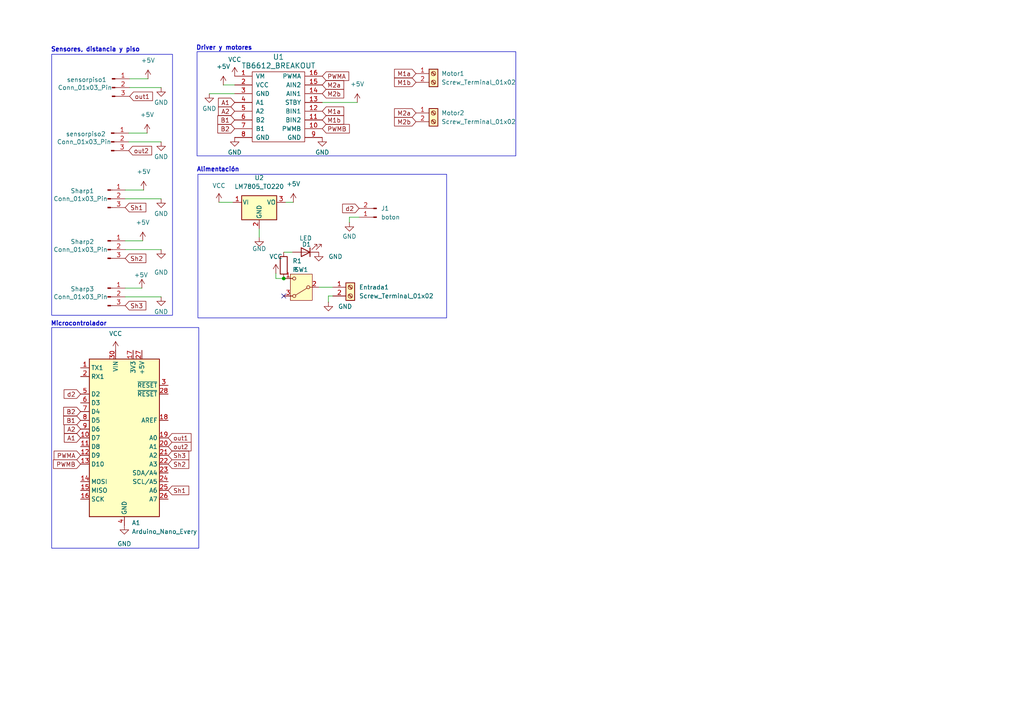
<source format=kicad_sch>
(kicad_sch
	(version 20250114)
	(generator "eeschema")
	(generator_version "9.0")
	(uuid "c8e32ed7-8f1c-4446-9152-6dc117f7549f")
	(paper "A4")
	(lib_symbols
		(symbol "Connector:Conn_01x02_Pin"
			(pin_names
				(offset 1.016)
				(hide yes)
			)
			(exclude_from_sim no)
			(in_bom yes)
			(on_board yes)
			(property "Reference" "J"
				(at 0 2.54 0)
				(effects
					(font
						(size 1.27 1.27)
					)
				)
			)
			(property "Value" "Conn_01x02_Pin"
				(at 0 -5.08 0)
				(effects
					(font
						(size 1.27 1.27)
					)
				)
			)
			(property "Footprint" ""
				(at 0 0 0)
				(effects
					(font
						(size 1.27 1.27)
					)
					(hide yes)
				)
			)
			(property "Datasheet" "~"
				(at 0 0 0)
				(effects
					(font
						(size 1.27 1.27)
					)
					(hide yes)
				)
			)
			(property "Description" "Generic connector, single row, 01x02, script generated"
				(at 0 0 0)
				(effects
					(font
						(size 1.27 1.27)
					)
					(hide yes)
				)
			)
			(property "ki_locked" ""
				(at 0 0 0)
				(effects
					(font
						(size 1.27 1.27)
					)
				)
			)
			(property "ki_keywords" "connector"
				(at 0 0 0)
				(effects
					(font
						(size 1.27 1.27)
					)
					(hide yes)
				)
			)
			(property "ki_fp_filters" "Connector*:*_1x??_*"
				(at 0 0 0)
				(effects
					(font
						(size 1.27 1.27)
					)
					(hide yes)
				)
			)
			(symbol "Conn_01x02_Pin_1_1"
				(rectangle
					(start 0.8636 0.127)
					(end 0 -0.127)
					(stroke
						(width 0.1524)
						(type default)
					)
					(fill
						(type outline)
					)
				)
				(rectangle
					(start 0.8636 -2.413)
					(end 0 -2.667)
					(stroke
						(width 0.1524)
						(type default)
					)
					(fill
						(type outline)
					)
				)
				(polyline
					(pts
						(xy 1.27 0) (xy 0.8636 0)
					)
					(stroke
						(width 0.1524)
						(type default)
					)
					(fill
						(type none)
					)
				)
				(polyline
					(pts
						(xy 1.27 -2.54) (xy 0.8636 -2.54)
					)
					(stroke
						(width 0.1524)
						(type default)
					)
					(fill
						(type none)
					)
				)
				(pin passive line
					(at 5.08 0 180)
					(length 3.81)
					(name "Pin_1"
						(effects
							(font
								(size 1.27 1.27)
							)
						)
					)
					(number "1"
						(effects
							(font
								(size 1.27 1.27)
							)
						)
					)
				)
				(pin passive line
					(at 5.08 -2.54 180)
					(length 3.81)
					(name "Pin_2"
						(effects
							(font
								(size 1.27 1.27)
							)
						)
					)
					(number "2"
						(effects
							(font
								(size 1.27 1.27)
							)
						)
					)
				)
			)
			(embedded_fonts no)
		)
		(symbol "Connector:Conn_01x03_Pin"
			(pin_names
				(offset 1.016)
				(hide yes)
			)
			(exclude_from_sim no)
			(in_bom yes)
			(on_board yes)
			(property "Reference" "J"
				(at 0 5.08 0)
				(effects
					(font
						(size 1.27 1.27)
					)
				)
			)
			(property "Value" "Conn_01x03_Pin"
				(at 0 -5.08 0)
				(effects
					(font
						(size 1.27 1.27)
					)
				)
			)
			(property "Footprint" ""
				(at 0 0 0)
				(effects
					(font
						(size 1.27 1.27)
					)
					(hide yes)
				)
			)
			(property "Datasheet" "~"
				(at 0 0 0)
				(effects
					(font
						(size 1.27 1.27)
					)
					(hide yes)
				)
			)
			(property "Description" "Generic connector, single row, 01x03, script generated"
				(at 0 0 0)
				(effects
					(font
						(size 1.27 1.27)
					)
					(hide yes)
				)
			)
			(property "ki_locked" ""
				(at 0 0 0)
				(effects
					(font
						(size 1.27 1.27)
					)
				)
			)
			(property "ki_keywords" "connector"
				(at 0 0 0)
				(effects
					(font
						(size 1.27 1.27)
					)
					(hide yes)
				)
			)
			(property "ki_fp_filters" "Connector*:*_1x??_*"
				(at 0 0 0)
				(effects
					(font
						(size 1.27 1.27)
					)
					(hide yes)
				)
			)
			(symbol "Conn_01x03_Pin_1_1"
				(rectangle
					(start 0.8636 2.667)
					(end 0 2.413)
					(stroke
						(width 0.1524)
						(type default)
					)
					(fill
						(type outline)
					)
				)
				(rectangle
					(start 0.8636 0.127)
					(end 0 -0.127)
					(stroke
						(width 0.1524)
						(type default)
					)
					(fill
						(type outline)
					)
				)
				(rectangle
					(start 0.8636 -2.413)
					(end 0 -2.667)
					(stroke
						(width 0.1524)
						(type default)
					)
					(fill
						(type outline)
					)
				)
				(polyline
					(pts
						(xy 1.27 2.54) (xy 0.8636 2.54)
					)
					(stroke
						(width 0.1524)
						(type default)
					)
					(fill
						(type none)
					)
				)
				(polyline
					(pts
						(xy 1.27 0) (xy 0.8636 0)
					)
					(stroke
						(width 0.1524)
						(type default)
					)
					(fill
						(type none)
					)
				)
				(polyline
					(pts
						(xy 1.27 -2.54) (xy 0.8636 -2.54)
					)
					(stroke
						(width 0.1524)
						(type default)
					)
					(fill
						(type none)
					)
				)
				(pin passive line
					(at 5.08 2.54 180)
					(length 3.81)
					(name "Pin_1"
						(effects
							(font
								(size 1.27 1.27)
							)
						)
					)
					(number "1"
						(effects
							(font
								(size 1.27 1.27)
							)
						)
					)
				)
				(pin passive line
					(at 5.08 0 180)
					(length 3.81)
					(name "Pin_2"
						(effects
							(font
								(size 1.27 1.27)
							)
						)
					)
					(number "2"
						(effects
							(font
								(size 1.27 1.27)
							)
						)
					)
				)
				(pin passive line
					(at 5.08 -2.54 180)
					(length 3.81)
					(name "Pin_3"
						(effects
							(font
								(size 1.27 1.27)
							)
						)
					)
					(number "3"
						(effects
							(font
								(size 1.27 1.27)
							)
						)
					)
				)
			)
			(embedded_fonts no)
		)
		(symbol "Connector:Screw_Terminal_01x02"
			(pin_names
				(offset 1.016)
				(hide yes)
			)
			(exclude_from_sim no)
			(in_bom yes)
			(on_board yes)
			(property "Reference" "J"
				(at 0 2.54 0)
				(effects
					(font
						(size 1.27 1.27)
					)
				)
			)
			(property "Value" "Screw_Terminal_01x02"
				(at 0 -5.08 0)
				(effects
					(font
						(size 1.27 1.27)
					)
				)
			)
			(property "Footprint" ""
				(at 0 0 0)
				(effects
					(font
						(size 1.27 1.27)
					)
					(hide yes)
				)
			)
			(property "Datasheet" "~"
				(at 0 0 0)
				(effects
					(font
						(size 1.27 1.27)
					)
					(hide yes)
				)
			)
			(property "Description" "Generic screw terminal, single row, 01x02, script generated (kicad-library-utils/schlib/autogen/connector/)"
				(at 0 0 0)
				(effects
					(font
						(size 1.27 1.27)
					)
					(hide yes)
				)
			)
			(property "ki_keywords" "screw terminal"
				(at 0 0 0)
				(effects
					(font
						(size 1.27 1.27)
					)
					(hide yes)
				)
			)
			(property "ki_fp_filters" "TerminalBlock*:*"
				(at 0 0 0)
				(effects
					(font
						(size 1.27 1.27)
					)
					(hide yes)
				)
			)
			(symbol "Screw_Terminal_01x02_1_1"
				(rectangle
					(start -1.27 1.27)
					(end 1.27 -3.81)
					(stroke
						(width 0.254)
						(type default)
					)
					(fill
						(type background)
					)
				)
				(polyline
					(pts
						(xy -0.5334 0.3302) (xy 0.3302 -0.508)
					)
					(stroke
						(width 0.1524)
						(type default)
					)
					(fill
						(type none)
					)
				)
				(polyline
					(pts
						(xy -0.5334 -2.2098) (xy 0.3302 -3.048)
					)
					(stroke
						(width 0.1524)
						(type default)
					)
					(fill
						(type none)
					)
				)
				(polyline
					(pts
						(xy -0.3556 0.508) (xy 0.508 -0.3302)
					)
					(stroke
						(width 0.1524)
						(type default)
					)
					(fill
						(type none)
					)
				)
				(polyline
					(pts
						(xy -0.3556 -2.032) (xy 0.508 -2.8702)
					)
					(stroke
						(width 0.1524)
						(type default)
					)
					(fill
						(type none)
					)
				)
				(circle
					(center 0 0)
					(radius 0.635)
					(stroke
						(width 0.1524)
						(type default)
					)
					(fill
						(type none)
					)
				)
				(circle
					(center 0 -2.54)
					(radius 0.635)
					(stroke
						(width 0.1524)
						(type default)
					)
					(fill
						(type none)
					)
				)
				(pin passive line
					(at -5.08 0 0)
					(length 3.81)
					(name "Pin_1"
						(effects
							(font
								(size 1.27 1.27)
							)
						)
					)
					(number "1"
						(effects
							(font
								(size 1.27 1.27)
							)
						)
					)
				)
				(pin passive line
					(at -5.08 -2.54 0)
					(length 3.81)
					(name "Pin_2"
						(effects
							(font
								(size 1.27 1.27)
							)
						)
					)
					(number "2"
						(effects
							(font
								(size 1.27 1.27)
							)
						)
					)
				)
			)
			(embedded_fonts no)
		)
		(symbol "Device:LED"
			(pin_numbers
				(hide yes)
			)
			(pin_names
				(offset 1.016)
				(hide yes)
			)
			(exclude_from_sim no)
			(in_bom yes)
			(on_board yes)
			(property "Reference" "D"
				(at 0 2.54 0)
				(effects
					(font
						(size 1.27 1.27)
					)
				)
			)
			(property "Value" "LED"
				(at 0 -2.54 0)
				(effects
					(font
						(size 1.27 1.27)
					)
				)
			)
			(property "Footprint" ""
				(at 0 0 0)
				(effects
					(font
						(size 1.27 1.27)
					)
					(hide yes)
				)
			)
			(property "Datasheet" "~"
				(at 0 0 0)
				(effects
					(font
						(size 1.27 1.27)
					)
					(hide yes)
				)
			)
			(property "Description" "Light emitting diode"
				(at 0 0 0)
				(effects
					(font
						(size 1.27 1.27)
					)
					(hide yes)
				)
			)
			(property "Sim.Pins" "1=K 2=A"
				(at 0 0 0)
				(effects
					(font
						(size 1.27 1.27)
					)
					(hide yes)
				)
			)
			(property "ki_keywords" "LED diode"
				(at 0 0 0)
				(effects
					(font
						(size 1.27 1.27)
					)
					(hide yes)
				)
			)
			(property "ki_fp_filters" "LED* LED_SMD:* LED_THT:*"
				(at 0 0 0)
				(effects
					(font
						(size 1.27 1.27)
					)
					(hide yes)
				)
			)
			(symbol "LED_0_1"
				(polyline
					(pts
						(xy -3.048 -0.762) (xy -4.572 -2.286) (xy -3.81 -2.286) (xy -4.572 -2.286) (xy -4.572 -1.524)
					)
					(stroke
						(width 0)
						(type default)
					)
					(fill
						(type none)
					)
				)
				(polyline
					(pts
						(xy -1.778 -0.762) (xy -3.302 -2.286) (xy -2.54 -2.286) (xy -3.302 -2.286) (xy -3.302 -1.524)
					)
					(stroke
						(width 0)
						(type default)
					)
					(fill
						(type none)
					)
				)
				(polyline
					(pts
						(xy -1.27 0) (xy 1.27 0)
					)
					(stroke
						(width 0)
						(type default)
					)
					(fill
						(type none)
					)
				)
				(polyline
					(pts
						(xy -1.27 -1.27) (xy -1.27 1.27)
					)
					(stroke
						(width 0.254)
						(type default)
					)
					(fill
						(type none)
					)
				)
				(polyline
					(pts
						(xy 1.27 -1.27) (xy 1.27 1.27) (xy -1.27 0) (xy 1.27 -1.27)
					)
					(stroke
						(width 0.254)
						(type default)
					)
					(fill
						(type none)
					)
				)
			)
			(symbol "LED_1_1"
				(pin passive line
					(at -3.81 0 0)
					(length 2.54)
					(name "K"
						(effects
							(font
								(size 1.27 1.27)
							)
						)
					)
					(number "1"
						(effects
							(font
								(size 1.27 1.27)
							)
						)
					)
				)
				(pin passive line
					(at 3.81 0 180)
					(length 2.54)
					(name "A"
						(effects
							(font
								(size 1.27 1.27)
							)
						)
					)
					(number "2"
						(effects
							(font
								(size 1.27 1.27)
							)
						)
					)
				)
			)
			(embedded_fonts no)
		)
		(symbol "Device:R"
			(pin_numbers
				(hide yes)
			)
			(pin_names
				(offset 0)
			)
			(exclude_from_sim no)
			(in_bom yes)
			(on_board yes)
			(property "Reference" "R"
				(at 2.032 0 90)
				(effects
					(font
						(size 1.27 1.27)
					)
				)
			)
			(property "Value" "R"
				(at 0 0 90)
				(effects
					(font
						(size 1.27 1.27)
					)
				)
			)
			(property "Footprint" ""
				(at -1.778 0 90)
				(effects
					(font
						(size 1.27 1.27)
					)
					(hide yes)
				)
			)
			(property "Datasheet" "~"
				(at 0 0 0)
				(effects
					(font
						(size 1.27 1.27)
					)
					(hide yes)
				)
			)
			(property "Description" "Resistor"
				(at 0 0 0)
				(effects
					(font
						(size 1.27 1.27)
					)
					(hide yes)
				)
			)
			(property "ki_keywords" "R res resistor"
				(at 0 0 0)
				(effects
					(font
						(size 1.27 1.27)
					)
					(hide yes)
				)
			)
			(property "ki_fp_filters" "R_*"
				(at 0 0 0)
				(effects
					(font
						(size 1.27 1.27)
					)
					(hide yes)
				)
			)
			(symbol "R_0_1"
				(rectangle
					(start -1.016 -2.54)
					(end 1.016 2.54)
					(stroke
						(width 0.254)
						(type default)
					)
					(fill
						(type none)
					)
				)
			)
			(symbol "R_1_1"
				(pin passive line
					(at 0 3.81 270)
					(length 1.27)
					(name "~"
						(effects
							(font
								(size 1.27 1.27)
							)
						)
					)
					(number "1"
						(effects
							(font
								(size 1.27 1.27)
							)
						)
					)
				)
				(pin passive line
					(at 0 -3.81 90)
					(length 1.27)
					(name "~"
						(effects
							(font
								(size 1.27 1.27)
							)
						)
					)
					(number "2"
						(effects
							(font
								(size 1.27 1.27)
							)
						)
					)
				)
			)
			(embedded_fonts no)
		)
		(symbol "EESTN5:TB6612_BREAKOUT"
			(pin_names
				(offset 1.016)
			)
			(exclude_from_sim no)
			(in_bom yes)
			(on_board yes)
			(property "Reference" "U"
				(at 0 11.43 0)
				(effects
					(font
						(size 1.524 1.524)
					)
				)
			)
			(property "Value" "TB6612_BREAKOUT"
				(at 0 -13.97 0)
				(effects
					(font
						(size 1.524 1.524)
					)
				)
			)
			(property "Footprint" ""
				(at 0 -1.27 0)
				(effects
					(font
						(size 1.524 1.524)
					)
					(hide yes)
				)
			)
			(property "Datasheet" ""
				(at 0 -1.27 0)
				(effects
					(font
						(size 1.524 1.524)
					)
					(hide yes)
				)
			)
			(property "Description" "BreakOut Board for TB6612"
				(at 0 0 0)
				(effects
					(font
						(size 1.27 1.27)
					)
					(hide yes)
				)
			)
			(property "ki_keywords" "TB6612"
				(at 0 0 0)
				(effects
					(font
						(size 1.27 1.27)
					)
					(hide yes)
				)
			)
			(property "ki_fp_filters" "TB6612*"
				(at 0 0 0)
				(effects
					(font
						(size 1.27 1.27)
					)
					(hide yes)
				)
			)
			(symbol "TB6612_BREAKOUT_0_1"
				(rectangle
					(start -7.62 10.16)
					(end 7.62 -10.16)
					(stroke
						(width 0)
						(type default)
					)
					(fill
						(type none)
					)
				)
			)
			(symbol "TB6612_BREAKOUT_1_1"
				(pin passive line
					(at -12.7 8.89 0)
					(length 5.08)
					(name "VM"
						(effects
							(font
								(size 1.27 1.27)
							)
						)
					)
					(number "1"
						(effects
							(font
								(size 1.27 1.27)
							)
						)
					)
				)
				(pin passive line
					(at -12.7 6.35 0)
					(length 5.08)
					(name "VCC"
						(effects
							(font
								(size 1.27 1.27)
							)
						)
					)
					(number "2"
						(effects
							(font
								(size 1.27 1.27)
							)
						)
					)
				)
				(pin passive line
					(at -12.7 3.81 0)
					(length 5.08)
					(name "GND"
						(effects
							(font
								(size 1.27 1.27)
							)
						)
					)
					(number "3"
						(effects
							(font
								(size 1.27 1.27)
							)
						)
					)
				)
				(pin passive line
					(at -12.7 1.27 0)
					(length 5.08)
					(name "A1"
						(effects
							(font
								(size 1.27 1.27)
							)
						)
					)
					(number "4"
						(effects
							(font
								(size 1.27 1.27)
							)
						)
					)
				)
				(pin passive line
					(at -12.7 -1.27 0)
					(length 5.08)
					(name "A2"
						(effects
							(font
								(size 1.27 1.27)
							)
						)
					)
					(number "5"
						(effects
							(font
								(size 1.27 1.27)
							)
						)
					)
				)
				(pin passive line
					(at -12.7 -3.81 0)
					(length 5.08)
					(name "B2"
						(effects
							(font
								(size 1.27 1.27)
							)
						)
					)
					(number "6"
						(effects
							(font
								(size 1.27 1.27)
							)
						)
					)
				)
				(pin passive line
					(at -12.7 -6.35 0)
					(length 5.08)
					(name "B1"
						(effects
							(font
								(size 1.27 1.27)
							)
						)
					)
					(number "7"
						(effects
							(font
								(size 1.27 1.27)
							)
						)
					)
				)
				(pin passive line
					(at -12.7 -8.89 0)
					(length 5.08)
					(name "GND"
						(effects
							(font
								(size 1.27 1.27)
							)
						)
					)
					(number "8"
						(effects
							(font
								(size 1.27 1.27)
							)
						)
					)
				)
				(pin passive line
					(at 12.7 8.89 180)
					(length 5.08)
					(name "PWMA"
						(effects
							(font
								(size 1.27 1.27)
							)
						)
					)
					(number "16"
						(effects
							(font
								(size 1.27 1.27)
							)
						)
					)
				)
				(pin passive line
					(at 12.7 6.35 180)
					(length 5.08)
					(name "AIN2"
						(effects
							(font
								(size 1.27 1.27)
							)
						)
					)
					(number "15"
						(effects
							(font
								(size 1.27 1.27)
							)
						)
					)
				)
				(pin passive line
					(at 12.7 3.81 180)
					(length 5.08)
					(name "AIN1"
						(effects
							(font
								(size 1.27 1.27)
							)
						)
					)
					(number "14"
						(effects
							(font
								(size 1.27 1.27)
							)
						)
					)
				)
				(pin passive line
					(at 12.7 1.27 180)
					(length 5.08)
					(name "STBY"
						(effects
							(font
								(size 1.27 1.27)
							)
						)
					)
					(number "13"
						(effects
							(font
								(size 1.27 1.27)
							)
						)
					)
				)
				(pin passive line
					(at 12.7 -1.27 180)
					(length 5.08)
					(name "BIN1"
						(effects
							(font
								(size 1.27 1.27)
							)
						)
					)
					(number "12"
						(effects
							(font
								(size 1.27 1.27)
							)
						)
					)
				)
				(pin passive line
					(at 12.7 -3.81 180)
					(length 5.08)
					(name "BIN2"
						(effects
							(font
								(size 1.27 1.27)
							)
						)
					)
					(number "11"
						(effects
							(font
								(size 1.27 1.27)
							)
						)
					)
				)
				(pin passive line
					(at 12.7 -6.35 180)
					(length 5.08)
					(name "PWMB"
						(effects
							(font
								(size 1.27 1.27)
							)
						)
					)
					(number "10"
						(effects
							(font
								(size 1.27 1.27)
							)
						)
					)
				)
				(pin passive line
					(at 12.7 -8.89 180)
					(length 5.08)
					(name "GND"
						(effects
							(font
								(size 1.27 1.27)
							)
						)
					)
					(number "9"
						(effects
							(font
								(size 1.27 1.27)
							)
						)
					)
				)
			)
			(embedded_fonts no)
		)
		(symbol "MCU_Module:Arduino_Nano_Every"
			(exclude_from_sim no)
			(in_bom yes)
			(on_board yes)
			(property "Reference" "A"
				(at -10.16 23.495 0)
				(effects
					(font
						(size 1.27 1.27)
					)
					(justify left bottom)
				)
			)
			(property "Value" "Arduino_Nano_Every"
				(at 5.08 -24.13 0)
				(effects
					(font
						(size 1.27 1.27)
					)
					(justify left top)
				)
			)
			(property "Footprint" "Module:Arduino_Nano"
				(at 0 0 0)
				(effects
					(font
						(size 1.27 1.27)
						(italic yes)
					)
					(hide yes)
				)
			)
			(property "Datasheet" "https://content.arduino.cc/assets/NANOEveryV3.0_sch.pdf"
				(at 0 0 0)
				(effects
					(font
						(size 1.27 1.27)
					)
					(hide yes)
				)
			)
			(property "Description" "Arduino Nano Every"
				(at 0 0 0)
				(effects
					(font
						(size 1.27 1.27)
					)
					(hide yes)
				)
			)
			(property "ki_keywords" "Arduino nano microcontroller module USB UPDI AATMega4809 AVR"
				(at 0 0 0)
				(effects
					(font
						(size 1.27 1.27)
					)
					(hide yes)
				)
			)
			(property "ki_fp_filters" "Arduino*Nano*"
				(at 0 0 0)
				(effects
					(font
						(size 1.27 1.27)
					)
					(hide yes)
				)
			)
			(symbol "Arduino_Nano_Every_0_1"
				(rectangle
					(start -10.16 22.86)
					(end 10.16 -22.86)
					(stroke
						(width 0.254)
						(type default)
					)
					(fill
						(type background)
					)
				)
			)
			(symbol "Arduino_Nano_Every_1_1"
				(pin bidirectional line
					(at -12.7 20.32 0)
					(length 2.54)
					(name "TX1"
						(effects
							(font
								(size 1.27 1.27)
							)
						)
					)
					(number "1"
						(effects
							(font
								(size 1.27 1.27)
							)
						)
					)
				)
				(pin bidirectional line
					(at -12.7 17.78 0)
					(length 2.54)
					(name "RX1"
						(effects
							(font
								(size 1.27 1.27)
							)
						)
					)
					(number "2"
						(effects
							(font
								(size 1.27 1.27)
							)
						)
					)
				)
				(pin bidirectional line
					(at -12.7 12.7 0)
					(length 2.54)
					(name "D2"
						(effects
							(font
								(size 1.27 1.27)
							)
						)
					)
					(number "5"
						(effects
							(font
								(size 1.27 1.27)
							)
						)
					)
				)
				(pin bidirectional line
					(at -12.7 10.16 0)
					(length 2.54)
					(name "D3"
						(effects
							(font
								(size 1.27 1.27)
							)
						)
					)
					(number "6"
						(effects
							(font
								(size 1.27 1.27)
							)
						)
					)
				)
				(pin bidirectional line
					(at -12.7 7.62 0)
					(length 2.54)
					(name "D4"
						(effects
							(font
								(size 1.27 1.27)
							)
						)
					)
					(number "7"
						(effects
							(font
								(size 1.27 1.27)
							)
						)
					)
				)
				(pin bidirectional line
					(at -12.7 5.08 0)
					(length 2.54)
					(name "D5"
						(effects
							(font
								(size 1.27 1.27)
							)
						)
					)
					(number "8"
						(effects
							(font
								(size 1.27 1.27)
							)
						)
					)
				)
				(pin bidirectional line
					(at -12.7 2.54 0)
					(length 2.54)
					(name "D6"
						(effects
							(font
								(size 1.27 1.27)
							)
						)
					)
					(number "9"
						(effects
							(font
								(size 1.27 1.27)
							)
						)
					)
				)
				(pin bidirectional line
					(at -12.7 0 0)
					(length 2.54)
					(name "D7"
						(effects
							(font
								(size 1.27 1.27)
							)
						)
					)
					(number "10"
						(effects
							(font
								(size 1.27 1.27)
							)
						)
					)
				)
				(pin bidirectional line
					(at -12.7 -2.54 0)
					(length 2.54)
					(name "D8"
						(effects
							(font
								(size 1.27 1.27)
							)
						)
					)
					(number "11"
						(effects
							(font
								(size 1.27 1.27)
							)
						)
					)
				)
				(pin bidirectional line
					(at -12.7 -5.08 0)
					(length 2.54)
					(name "D9"
						(effects
							(font
								(size 1.27 1.27)
							)
						)
					)
					(number "12"
						(effects
							(font
								(size 1.27 1.27)
							)
						)
					)
				)
				(pin bidirectional line
					(at -12.7 -7.62 0)
					(length 2.54)
					(name "D10"
						(effects
							(font
								(size 1.27 1.27)
							)
						)
					)
					(number "13"
						(effects
							(font
								(size 1.27 1.27)
							)
						)
					)
				)
				(pin bidirectional line
					(at -12.7 -12.7 0)
					(length 2.54)
					(name "MOSI"
						(effects
							(font
								(size 1.27 1.27)
							)
						)
					)
					(number "14"
						(effects
							(font
								(size 1.27 1.27)
							)
						)
					)
				)
				(pin bidirectional line
					(at -12.7 -15.24 0)
					(length 2.54)
					(name "MISO"
						(effects
							(font
								(size 1.27 1.27)
							)
						)
					)
					(number "15"
						(effects
							(font
								(size 1.27 1.27)
							)
						)
					)
				)
				(pin bidirectional line
					(at -12.7 -17.78 0)
					(length 2.54)
					(name "SCK"
						(effects
							(font
								(size 1.27 1.27)
							)
						)
					)
					(number "16"
						(effects
							(font
								(size 1.27 1.27)
							)
						)
					)
				)
				(pin power_in line
					(at -2.54 25.4 270)
					(length 2.54)
					(name "VIN"
						(effects
							(font
								(size 1.27 1.27)
							)
						)
					)
					(number "30"
						(effects
							(font
								(size 1.27 1.27)
							)
						)
					)
				)
				(pin passive line
					(at 0 -25.4 90)
					(length 2.54)
					(hide yes)
					(name "GND"
						(effects
							(font
								(size 1.27 1.27)
							)
						)
					)
					(number "29"
						(effects
							(font
								(size 1.27 1.27)
							)
						)
					)
				)
				(pin power_in line
					(at 0 -25.4 90)
					(length 2.54)
					(name "GND"
						(effects
							(font
								(size 1.27 1.27)
							)
						)
					)
					(number "4"
						(effects
							(font
								(size 1.27 1.27)
							)
						)
					)
				)
				(pin power_out line
					(at 2.54 25.4 270)
					(length 2.54)
					(name "3V3"
						(effects
							(font
								(size 1.27 1.27)
							)
						)
					)
					(number "17"
						(effects
							(font
								(size 1.27 1.27)
							)
						)
					)
				)
				(pin power_out line
					(at 5.08 25.4 270)
					(length 2.54)
					(name "+5V"
						(effects
							(font
								(size 1.27 1.27)
							)
						)
					)
					(number "27"
						(effects
							(font
								(size 1.27 1.27)
							)
						)
					)
				)
				(pin input line
					(at 12.7 15.24 180)
					(length 2.54)
					(name "~{RESET}"
						(effects
							(font
								(size 1.27 1.27)
							)
						)
					)
					(number "3"
						(effects
							(font
								(size 1.27 1.27)
							)
						)
					)
				)
				(pin input line
					(at 12.7 12.7 180)
					(length 2.54)
					(name "~{RESET}"
						(effects
							(font
								(size 1.27 1.27)
							)
						)
					)
					(number "28"
						(effects
							(font
								(size 1.27 1.27)
							)
						)
					)
				)
				(pin input line
					(at 12.7 5.08 180)
					(length 2.54)
					(name "AREF"
						(effects
							(font
								(size 1.27 1.27)
							)
						)
					)
					(number "18"
						(effects
							(font
								(size 1.27 1.27)
							)
						)
					)
				)
				(pin bidirectional line
					(at 12.7 0 180)
					(length 2.54)
					(name "A0"
						(effects
							(font
								(size 1.27 1.27)
							)
						)
					)
					(number "19"
						(effects
							(font
								(size 1.27 1.27)
							)
						)
					)
				)
				(pin bidirectional line
					(at 12.7 -2.54 180)
					(length 2.54)
					(name "A1"
						(effects
							(font
								(size 1.27 1.27)
							)
						)
					)
					(number "20"
						(effects
							(font
								(size 1.27 1.27)
							)
						)
					)
				)
				(pin bidirectional line
					(at 12.7 -5.08 180)
					(length 2.54)
					(name "A2"
						(effects
							(font
								(size 1.27 1.27)
							)
						)
					)
					(number "21"
						(effects
							(font
								(size 1.27 1.27)
							)
						)
					)
				)
				(pin bidirectional line
					(at 12.7 -7.62 180)
					(length 2.54)
					(name "A3"
						(effects
							(font
								(size 1.27 1.27)
							)
						)
					)
					(number "22"
						(effects
							(font
								(size 1.27 1.27)
							)
						)
					)
				)
				(pin bidirectional line
					(at 12.7 -10.16 180)
					(length 2.54)
					(name "SDA/A4"
						(effects
							(font
								(size 1.27 1.27)
							)
						)
					)
					(number "23"
						(effects
							(font
								(size 1.27 1.27)
							)
						)
					)
				)
				(pin bidirectional line
					(at 12.7 -12.7 180)
					(length 2.54)
					(name "SCL/A5"
						(effects
							(font
								(size 1.27 1.27)
							)
						)
					)
					(number "24"
						(effects
							(font
								(size 1.27 1.27)
							)
						)
					)
				)
				(pin bidirectional line
					(at 12.7 -15.24 180)
					(length 2.54)
					(name "A6"
						(effects
							(font
								(size 1.27 1.27)
							)
						)
					)
					(number "25"
						(effects
							(font
								(size 1.27 1.27)
							)
						)
					)
				)
				(pin bidirectional line
					(at 12.7 -17.78 180)
					(length 2.54)
					(name "A7"
						(effects
							(font
								(size 1.27 1.27)
							)
						)
					)
					(number "26"
						(effects
							(font
								(size 1.27 1.27)
							)
						)
					)
				)
			)
			(embedded_fonts no)
		)
		(symbol "Regulator_Linear:LM7805_TO220"
			(pin_names
				(offset 0.254)
			)
			(exclude_from_sim no)
			(in_bom yes)
			(on_board yes)
			(property "Reference" "U"
				(at -3.81 3.175 0)
				(effects
					(font
						(size 1.27 1.27)
					)
				)
			)
			(property "Value" "LM7805_TO220"
				(at 0 3.175 0)
				(effects
					(font
						(size 1.27 1.27)
					)
					(justify left)
				)
			)
			(property "Footprint" "Package_TO_SOT_THT:TO-220-3_Vertical"
				(at 0 5.715 0)
				(effects
					(font
						(size 1.27 1.27)
						(italic yes)
					)
					(hide yes)
				)
			)
			(property "Datasheet" "https://www.onsemi.cn/PowerSolutions/document/MC7800-D.PDF"
				(at 0 -1.27 0)
				(effects
					(font
						(size 1.27 1.27)
					)
					(hide yes)
				)
			)
			(property "Description" "Positive 1A 35V Linear Regulator, Fixed Output 5V, TO-220"
				(at 0 0 0)
				(effects
					(font
						(size 1.27 1.27)
					)
					(hide yes)
				)
			)
			(property "ki_keywords" "Voltage Regulator 1A Positive"
				(at 0 0 0)
				(effects
					(font
						(size 1.27 1.27)
					)
					(hide yes)
				)
			)
			(property "ki_fp_filters" "TO?220*"
				(at 0 0 0)
				(effects
					(font
						(size 1.27 1.27)
					)
					(hide yes)
				)
			)
			(symbol "LM7805_TO220_0_1"
				(rectangle
					(start -5.08 1.905)
					(end 5.08 -5.08)
					(stroke
						(width 0.254)
						(type default)
					)
					(fill
						(type background)
					)
				)
			)
			(symbol "LM7805_TO220_1_1"
				(pin power_in line
					(at -7.62 0 0)
					(length 2.54)
					(name "VI"
						(effects
							(font
								(size 1.27 1.27)
							)
						)
					)
					(number "1"
						(effects
							(font
								(size 1.27 1.27)
							)
						)
					)
				)
				(pin power_in line
					(at 0 -7.62 90)
					(length 2.54)
					(name "GND"
						(effects
							(font
								(size 1.27 1.27)
							)
						)
					)
					(number "2"
						(effects
							(font
								(size 1.27 1.27)
							)
						)
					)
				)
				(pin power_out line
					(at 7.62 0 180)
					(length 2.54)
					(name "VO"
						(effects
							(font
								(size 1.27 1.27)
							)
						)
					)
					(number "3"
						(effects
							(font
								(size 1.27 1.27)
							)
						)
					)
				)
			)
			(embedded_fonts no)
		)
		(symbol "Switch:SW_Nidec_CAS-120A1"
			(pin_names
				(offset 1)
				(hide yes)
			)
			(exclude_from_sim no)
			(in_bom yes)
			(on_board yes)
			(property "Reference" "SW"
				(at 0 4.318 0)
				(effects
					(font
						(size 1.27 1.27)
					)
				)
			)
			(property "Value" "SW_Nidec_CAS-120A1"
				(at 0 -5.08 0)
				(effects
					(font
						(size 1.27 1.27)
					)
				)
			)
			(property "Footprint" "Button_Switch_SMD:Nidec_Copal_CAS-120A"
				(at 0 -10.16 0)
				(effects
					(font
						(size 1.27 1.27)
					)
					(hide yes)
				)
			)
			(property "Datasheet" "https://www.nidec-components.com/e/catalog/switch/cas.pdf"
				(at 0 -7.62 0)
				(effects
					(font
						(size 1.27 1.27)
					)
					(hide yes)
				)
			)
			(property "Description" "Switch, single pole double throw"
				(at 0 0 0)
				(effects
					(font
						(size 1.27 1.27)
					)
					(hide yes)
				)
			)
			(property "ki_keywords" "switch single-pole double-throw spdt ON-ON"
				(at 0 0 0)
				(effects
					(font
						(size 1.27 1.27)
					)
					(hide yes)
				)
			)
			(property "ki_fp_filters" "*Nidec?Copal?CAS?120A*"
				(at 0 0 0)
				(effects
					(font
						(size 1.27 1.27)
					)
					(hide yes)
				)
			)
			(symbol "SW_Nidec_CAS-120A1_0_1"
				(circle
					(center -2.032 0)
					(radius 0.4572)
					(stroke
						(width 0)
						(type default)
					)
					(fill
						(type none)
					)
				)
				(polyline
					(pts
						(xy -1.651 0.254) (xy 1.651 2.286)
					)
					(stroke
						(width 0)
						(type default)
					)
					(fill
						(type none)
					)
				)
				(circle
					(center 2.032 2.54)
					(radius 0.4572)
					(stroke
						(width 0)
						(type default)
					)
					(fill
						(type none)
					)
				)
				(circle
					(center 2.032 -2.54)
					(radius 0.4572)
					(stroke
						(width 0)
						(type default)
					)
					(fill
						(type none)
					)
				)
			)
			(symbol "SW_Nidec_CAS-120A1_1_1"
				(rectangle
					(start -3.175 3.81)
					(end 3.175 -3.81)
					(stroke
						(width 0)
						(type default)
					)
					(fill
						(type background)
					)
				)
				(pin passive line
					(at -5.08 0 0)
					(length 2.54)
					(name "B"
						(effects
							(font
								(size 1.27 1.27)
							)
						)
					)
					(number "2"
						(effects
							(font
								(size 1.27 1.27)
							)
						)
					)
				)
				(pin passive line
					(at 5.08 2.54 180)
					(length 2.54)
					(name "A"
						(effects
							(font
								(size 1.27 1.27)
							)
						)
					)
					(number "3"
						(effects
							(font
								(size 1.27 1.27)
							)
						)
					)
				)
				(pin passive line
					(at 5.08 -2.54 180)
					(length 2.54)
					(name "C"
						(effects
							(font
								(size 1.27 1.27)
							)
						)
					)
					(number "1"
						(effects
							(font
								(size 1.27 1.27)
							)
						)
					)
				)
			)
			(embedded_fonts no)
		)
		(symbol "power:+5V"
			(power)
			(pin_numbers
				(hide yes)
			)
			(pin_names
				(offset 0)
				(hide yes)
			)
			(exclude_from_sim no)
			(in_bom yes)
			(on_board yes)
			(property "Reference" "#PWR"
				(at 0 -3.81 0)
				(effects
					(font
						(size 1.27 1.27)
					)
					(hide yes)
				)
			)
			(property "Value" "+5V"
				(at 0 3.556 0)
				(effects
					(font
						(size 1.27 1.27)
					)
				)
			)
			(property "Footprint" ""
				(at 0 0 0)
				(effects
					(font
						(size 1.27 1.27)
					)
					(hide yes)
				)
			)
			(property "Datasheet" ""
				(at 0 0 0)
				(effects
					(font
						(size 1.27 1.27)
					)
					(hide yes)
				)
			)
			(property "Description" "Power symbol creates a global label with name \"+5V\""
				(at 0 0 0)
				(effects
					(font
						(size 1.27 1.27)
					)
					(hide yes)
				)
			)
			(property "ki_keywords" "global power"
				(at 0 0 0)
				(effects
					(font
						(size 1.27 1.27)
					)
					(hide yes)
				)
			)
			(symbol "+5V_0_1"
				(polyline
					(pts
						(xy -0.762 1.27) (xy 0 2.54)
					)
					(stroke
						(width 0)
						(type default)
					)
					(fill
						(type none)
					)
				)
				(polyline
					(pts
						(xy 0 2.54) (xy 0.762 1.27)
					)
					(stroke
						(width 0)
						(type default)
					)
					(fill
						(type none)
					)
				)
				(polyline
					(pts
						(xy 0 0) (xy 0 2.54)
					)
					(stroke
						(width 0)
						(type default)
					)
					(fill
						(type none)
					)
				)
			)
			(symbol "+5V_1_1"
				(pin power_in line
					(at 0 0 90)
					(length 0)
					(name "~"
						(effects
							(font
								(size 1.27 1.27)
							)
						)
					)
					(number "1"
						(effects
							(font
								(size 1.27 1.27)
							)
						)
					)
				)
			)
			(embedded_fonts no)
		)
		(symbol "power:GND"
			(power)
			(pin_numbers
				(hide yes)
			)
			(pin_names
				(offset 0)
				(hide yes)
			)
			(exclude_from_sim no)
			(in_bom yes)
			(on_board yes)
			(property "Reference" "#PWR"
				(at 0 -6.35 0)
				(effects
					(font
						(size 1.27 1.27)
					)
					(hide yes)
				)
			)
			(property "Value" "GND"
				(at 0 -3.81 0)
				(effects
					(font
						(size 1.27 1.27)
					)
				)
			)
			(property "Footprint" ""
				(at 0 0 0)
				(effects
					(font
						(size 1.27 1.27)
					)
					(hide yes)
				)
			)
			(property "Datasheet" ""
				(at 0 0 0)
				(effects
					(font
						(size 1.27 1.27)
					)
					(hide yes)
				)
			)
			(property "Description" "Power symbol creates a global label with name \"GND\" , ground"
				(at 0 0 0)
				(effects
					(font
						(size 1.27 1.27)
					)
					(hide yes)
				)
			)
			(property "ki_keywords" "global power"
				(at 0 0 0)
				(effects
					(font
						(size 1.27 1.27)
					)
					(hide yes)
				)
			)
			(symbol "GND_0_1"
				(polyline
					(pts
						(xy 0 0) (xy 0 -1.27) (xy 1.27 -1.27) (xy 0 -2.54) (xy -1.27 -1.27) (xy 0 -1.27)
					)
					(stroke
						(width 0)
						(type default)
					)
					(fill
						(type none)
					)
				)
			)
			(symbol "GND_1_1"
				(pin power_in line
					(at 0 0 270)
					(length 0)
					(name "~"
						(effects
							(font
								(size 1.27 1.27)
							)
						)
					)
					(number "1"
						(effects
							(font
								(size 1.27 1.27)
							)
						)
					)
				)
			)
			(embedded_fonts no)
		)
		(symbol "power:VCC"
			(power)
			(pin_numbers
				(hide yes)
			)
			(pin_names
				(offset 0)
				(hide yes)
			)
			(exclude_from_sim no)
			(in_bom yes)
			(on_board yes)
			(property "Reference" "#PWR"
				(at 0 -3.81 0)
				(effects
					(font
						(size 1.27 1.27)
					)
					(hide yes)
				)
			)
			(property "Value" "VCC"
				(at 0 3.556 0)
				(effects
					(font
						(size 1.27 1.27)
					)
				)
			)
			(property "Footprint" ""
				(at 0 0 0)
				(effects
					(font
						(size 1.27 1.27)
					)
					(hide yes)
				)
			)
			(property "Datasheet" ""
				(at 0 0 0)
				(effects
					(font
						(size 1.27 1.27)
					)
					(hide yes)
				)
			)
			(property "Description" "Power symbol creates a global label with name \"VCC\""
				(at 0 0 0)
				(effects
					(font
						(size 1.27 1.27)
					)
					(hide yes)
				)
			)
			(property "ki_keywords" "global power"
				(at 0 0 0)
				(effects
					(font
						(size 1.27 1.27)
					)
					(hide yes)
				)
			)
			(symbol "VCC_0_1"
				(polyline
					(pts
						(xy -0.762 1.27) (xy 0 2.54)
					)
					(stroke
						(width 0)
						(type default)
					)
					(fill
						(type none)
					)
				)
				(polyline
					(pts
						(xy 0 2.54) (xy 0.762 1.27)
					)
					(stroke
						(width 0)
						(type default)
					)
					(fill
						(type none)
					)
				)
				(polyline
					(pts
						(xy 0 0) (xy 0 2.54)
					)
					(stroke
						(width 0)
						(type default)
					)
					(fill
						(type none)
					)
				)
			)
			(symbol "VCC_1_1"
				(pin power_in line
					(at 0 0 90)
					(length 0)
					(name "~"
						(effects
							(font
								(size 1.27 1.27)
							)
						)
					)
					(number "1"
						(effects
							(font
								(size 1.27 1.27)
							)
						)
					)
				)
			)
			(embedded_fonts no)
		)
	)
	(rectangle
		(start 57.15 14.986)
		(end 149.606 45.212)
		(stroke
			(width 0)
			(type default)
		)
		(fill
			(type none)
		)
		(uuid 031ce8a6-1a0f-4a74-85ab-045eade807a0)
	)
	(rectangle
		(start 14.986 94.996)
		(end 57.658 159.004)
		(stroke
			(width 0)
			(type default)
		)
		(fill
			(type none)
		)
		(uuid 47f36206-a131-47fb-8dba-80fb6c605ade)
	)
	(rectangle
		(start 57.404 50.546)
		(end 129.54 92.202)
		(stroke
			(width 0)
			(type default)
		)
		(fill
			(type none)
		)
		(uuid 6d7bf664-cb06-4de9-98bf-a9b509230759)
	)
	(rectangle
		(start 14.986 15.748)
		(end 50.038 91.44)
		(stroke
			(width 0)
			(type default)
		)
		(fill
			(type none)
		)
		(uuid 9ee47c83-e966-4bf6-a5e1-1a36cf98f1b2)
	)
	(text "Alimentación"
		(exclude_from_sim no)
		(at 63.246 49.276 0)
		(effects
			(font
				(size 1.27 1.27)
				(thickness 0.254)
				(bold yes)
			)
		)
		(uuid "01902133-9247-40dd-adef-684b22b68da7")
	)
	(text "Microcontrolador\n"
		(exclude_from_sim no)
		(at 22.86 93.98 0)
		(effects
			(font
				(size 1.27 1.27)
				(thickness 0.254)
				(bold yes)
			)
		)
		(uuid "707404e3-fbe8-42c2-8183-75a34d4a4d32")
	)
	(text "Sensores, distancia y piso\n"
		(exclude_from_sim no)
		(at 27.686 14.478 0)
		(effects
			(font
				(size 1.27 1.27)
				(thickness 0.254)
				(bold yes)
			)
		)
		(uuid "82414190-0dc4-45db-b520-d09afe9cc534")
	)
	(text "Driver y motores\n"
		(exclude_from_sim no)
		(at 65.024 13.97 0)
		(effects
			(font
				(size 1.27 1.27)
				(thickness 0.254)
				(bold yes)
			)
		)
		(uuid "d9205e57-1d16-4056-b49d-21bfbe2baea2")
	)
	(junction
		(at 82.296 80.772)
		(diameter 0)
		(color 0 0 0 0)
		(uuid "5ccd5630-ee4a-4095-b6e7-2eef9d8af92d")
	)
	(no_connect
		(at 82.296 85.852)
		(uuid "25995cd0-f84f-4fa5-915f-4a5b2f80ea08")
	)
	(wire
		(pts
			(xy 41.148 83.566) (xy 36.322 83.566)
		)
		(stroke
			(width 0)
			(type default)
		)
		(uuid "0002707b-0dc7-47a2-8399-c96431de9402")
	)
	(wire
		(pts
			(xy 46.736 41.148) (xy 37.338 41.148)
		)
		(stroke
			(width 0)
			(type default)
		)
		(uuid "018b81db-4623-4784-9a99-26c43c437fb9")
	)
	(wire
		(pts
			(xy 104.14 62.992) (xy 101.346 62.992)
		)
		(stroke
			(width 0)
			(type default)
		)
		(uuid "248d56aa-16df-4ee7-b4e1-f004fb5a2abd")
	)
	(wire
		(pts
			(xy 60.706 27.178) (xy 68.072 27.178)
		)
		(stroke
			(width 0)
			(type default)
		)
		(uuid "2cd35a1b-de8d-40a9-a971-9660dfbd41ab")
	)
	(wire
		(pts
			(xy 37.592 25.4) (xy 46.736 25.4)
		)
		(stroke
			(width 0)
			(type default)
		)
		(uuid "380da7f2-833e-4d07-a77f-07f246a6cec2")
	)
	(wire
		(pts
			(xy 42.672 38.608) (xy 37.338 38.608)
		)
		(stroke
			(width 0)
			(type default)
		)
		(uuid "3ef1d13e-15f1-435a-acc6-0163a6ef6783")
	)
	(wire
		(pts
			(xy 63.5 58.674) (xy 67.564 58.674)
		)
		(stroke
			(width 0)
			(type default)
		)
		(uuid "4093e4bc-f542-4b14-87ec-1efa164dc679")
	)
	(wire
		(pts
			(xy 82.296 73.152) (xy 84.836 73.152)
		)
		(stroke
			(width 0)
			(type default)
		)
		(uuid "46d4e7d8-be4d-4f3c-ab1a-8eddc876b17e")
	)
	(wire
		(pts
			(xy 95.25 85.852) (xy 96.52 85.852)
		)
		(stroke
			(width 0)
			(type default)
		)
		(uuid "5380b102-44db-40cf-9300-859b754f8e9c")
	)
	(wire
		(pts
			(xy 41.656 55.118) (xy 36.322 55.118)
		)
		(stroke
			(width 0)
			(type default)
		)
		(uuid "5c9344e8-0b46-4dd1-94bc-cab773ec2710")
	)
	(wire
		(pts
			(xy 46.736 72.39) (xy 36.322 72.39)
		)
		(stroke
			(width 0)
			(type default)
		)
		(uuid "6291d1ea-1ff8-44fa-b077-fc57f29a68b4")
	)
	(wire
		(pts
			(xy 85.09 58.674) (xy 82.804 58.674)
		)
		(stroke
			(width 0)
			(type default)
		)
		(uuid "6cc6f10b-3672-4e34-b5e7-199ea79aa9b8")
	)
	(wire
		(pts
			(xy 46.736 57.658) (xy 36.322 57.658)
		)
		(stroke
			(width 0)
			(type default)
		)
		(uuid "79bfa28a-b85c-4d0c-b69a-d0987ad14c8a")
	)
	(wire
		(pts
			(xy 42.926 22.86) (xy 37.592 22.86)
		)
		(stroke
			(width 0)
			(type default)
		)
		(uuid "7a7ebc67-2df9-4b49-acdd-88040e7a8d71")
	)
	(wire
		(pts
			(xy 75.184 68.834) (xy 75.184 66.294)
		)
		(stroke
			(width 0)
			(type default)
		)
		(uuid "8024568b-e63e-45ec-b070-9e0b50b1fa0b")
	)
	(wire
		(pts
			(xy 80.01 80.772) (xy 80.01 79.248)
		)
		(stroke
			(width 0)
			(type default)
		)
		(uuid "8d750ad7-cfd0-4fac-baca-60d1ad9eec8f")
	)
	(wire
		(pts
			(xy 82.296 80.772) (xy 80.01 80.772)
		)
		(stroke
			(width 0)
			(type default)
		)
		(uuid "a72153aa-50e8-42b8-83a3-b3fbf4a0774b")
	)
	(wire
		(pts
			(xy 103.632 29.718) (xy 93.472 29.718)
		)
		(stroke
			(width 0)
			(type default)
		)
		(uuid "a737dd9d-d8a0-48e2-b75b-b74b3ad908ce")
	)
	(wire
		(pts
			(xy 101.346 62.992) (xy 101.346 64.516)
		)
		(stroke
			(width 0)
			(type default)
		)
		(uuid "b3399bc2-fb46-4fe5-9793-447ca3af7680")
	)
	(wire
		(pts
			(xy 41.402 69.85) (xy 36.322 69.85)
		)
		(stroke
			(width 0)
			(type default)
		)
		(uuid "c8f05838-320c-4a3b-bda6-d4d60369f929")
	)
	(wire
		(pts
			(xy 92.456 83.312) (xy 96.52 83.312)
		)
		(stroke
			(width 0)
			(type default)
		)
		(uuid "d4d2bc4c-209f-4e87-9037-91ead88d1403")
	)
	(wire
		(pts
			(xy 46.736 86.106) (xy 36.322 86.106)
		)
		(stroke
			(width 0)
			(type default)
		)
		(uuid "ddf6177c-a9cd-4785-b698-dc8fec4621ce")
	)
	(wire
		(pts
			(xy 95.25 85.852) (xy 95.25 87.63)
		)
		(stroke
			(width 0)
			(type default)
		)
		(uuid "e70441e2-7e52-4ddb-8715-bd0ceb822662")
	)
	(wire
		(pts
			(xy 64.77 24.638) (xy 68.072 24.638)
		)
		(stroke
			(width 0)
			(type default)
		)
		(uuid "f0a4a19e-a879-4184-b762-d60a3ebc2fdc")
	)
	(global_label "M1a"
		(shape input)
		(at 120.65 21.336 180)
		(fields_autoplaced yes)
		(effects
			(font
				(size 1.27 1.27)
			)
			(justify right)
		)
		(uuid "0316a039-51d8-43a8-8079-097db143fd8f")
		(property "Intersheetrefs" "${INTERSHEET_REFS}"
			(at 113.8549 21.336 0)
			(effects
				(font
					(size 1.27 1.27)
				)
				(justify right)
				(hide yes)
			)
		)
	)
	(global_label "M2a"
		(shape input)
		(at 93.472 24.638 0)
		(fields_autoplaced yes)
		(effects
			(font
				(size 1.27 1.27)
			)
			(justify left)
		)
		(uuid "05824a9b-2013-4290-94b8-488ff8e3f43d")
		(property "Intersheetrefs" "${INTERSHEET_REFS}"
			(at 100.2671 24.638 0)
			(effects
				(font
					(size 1.27 1.27)
				)
				(justify left)
				(hide yes)
			)
		)
	)
	(global_label "A2"
		(shape input)
		(at 23.368 124.46 180)
		(fields_autoplaced yes)
		(effects
			(font
				(size 1.27 1.27)
				(thickness 0.1588)
			)
			(justify right)
		)
		(uuid "19b7442c-e104-4e3b-838f-b939a61cdc80")
		(property "Intersheetrefs" "${INTERSHEET_REFS}"
			(at 18.0847 124.46 0)
			(effects
				(font
					(size 1.27 1.27)
				)
				(justify right)
				(hide yes)
			)
		)
	)
	(global_label "Sh3"
		(shape input)
		(at 48.768 132.08 0)
		(fields_autoplaced yes)
		(effects
			(font
				(size 1.27 1.27)
			)
			(justify left)
		)
		(uuid "21d4f1c3-d076-4aa6-9d7a-cd5bc390abe0")
		(property "Intersheetrefs" "${INTERSHEET_REFS}"
			(at 55.3212 132.08 0)
			(effects
				(font
					(size 1.27 1.27)
				)
				(justify left)
				(hide yes)
			)
		)
	)
	(global_label "out1"
		(shape input)
		(at 48.768 127 0)
		(fields_autoplaced yes)
		(effects
			(font
				(size 1.27 1.27)
			)
			(justify left)
		)
		(uuid "29070886-c404-4bc9-80ad-eb93762c5cd9")
		(property "Intersheetrefs" "${INTERSHEET_REFS}"
			(at 55.9864 127 0)
			(effects
				(font
					(size 1.27 1.27)
				)
				(justify left)
				(hide yes)
			)
		)
	)
	(global_label "d2"
		(shape input)
		(at 104.14 60.452 180)
		(fields_autoplaced yes)
		(effects
			(font
				(size 1.27 1.27)
			)
			(justify right)
		)
		(uuid "2bd4bcd8-610a-45cc-99b1-ae7e17b150ac")
		(property "Intersheetrefs" "${INTERSHEET_REFS}"
			(at 98.7963 60.452 0)
			(effects
				(font
					(size 1.27 1.27)
				)
				(justify right)
				(hide yes)
			)
		)
	)
	(global_label "M1b"
		(shape input)
		(at 120.65 23.876 180)
		(fields_autoplaced yes)
		(effects
			(font
				(size 1.27 1.27)
			)
			(justify right)
		)
		(uuid "2e078040-c35d-429b-8890-6ffb43dd161a")
		(property "Intersheetrefs" "${INTERSHEET_REFS}"
			(at 113.8549 23.876 0)
			(effects
				(font
					(size 1.27 1.27)
				)
				(justify right)
				(hide yes)
			)
		)
	)
	(global_label "PWMA"
		(shape input)
		(at 23.368 132.08 180)
		(fields_autoplaced yes)
		(effects
			(font
				(size 1.27 1.27)
			)
			(justify right)
		)
		(uuid "3a827ecf-b900-4f9b-9625-898523eb67e2")
		(property "Intersheetrefs" "${INTERSHEET_REFS}"
			(at 15.1214 132.08 0)
			(effects
				(font
					(size 1.27 1.27)
				)
				(justify right)
				(hide yes)
			)
		)
	)
	(global_label "Sh1"
		(shape input)
		(at 48.768 142.24 0)
		(fields_autoplaced yes)
		(effects
			(font
				(size 1.27 1.27)
			)
			(justify left)
		)
		(uuid "49695242-4bc7-4aee-b54e-75750ba8efa7")
		(property "Intersheetrefs" "${INTERSHEET_REFS}"
			(at 55.3212 142.24 0)
			(effects
				(font
					(size 1.27 1.27)
				)
				(justify left)
				(hide yes)
			)
		)
	)
	(global_label "M2b"
		(shape input)
		(at 120.65 35.306 180)
		(fields_autoplaced yes)
		(effects
			(font
				(size 1.27 1.27)
			)
			(justify right)
		)
		(uuid "49dfb055-c581-4307-b17f-6fdef7b8c838")
		(property "Intersheetrefs" "${INTERSHEET_REFS}"
			(at 113.8549 35.306 0)
			(effects
				(font
					(size 1.27 1.27)
				)
				(justify right)
				(hide yes)
			)
		)
	)
	(global_label "A2"
		(shape input)
		(at 68.072 32.258 180)
		(fields_autoplaced yes)
		(effects
			(font
				(size 1.27 1.27)
				(thickness 0.1588)
			)
			(justify right)
		)
		(uuid "4cbbff73-e02d-4922-9bb0-38e6fac8e10c")
		(property "Intersheetrefs" "${INTERSHEET_REFS}"
			(at 62.7887 32.258 0)
			(effects
				(font
					(size 1.27 1.27)
				)
				(justify right)
				(hide yes)
			)
		)
	)
	(global_label "B2"
		(shape input)
		(at 23.368 119.38 180)
		(fields_autoplaced yes)
		(effects
			(font
				(size 1.27 1.27)
				(thickness 0.1588)
			)
			(justify right)
		)
		(uuid "4cbc376a-1a88-4eea-afa8-a4aa888de94c")
		(property "Intersheetrefs" "${INTERSHEET_REFS}"
			(at 17.9033 119.38 0)
			(effects
				(font
					(size 1.27 1.27)
				)
				(justify right)
				(hide yes)
			)
		)
	)
	(global_label "A1"
		(shape input)
		(at 68.072 29.718 180)
		(fields_autoplaced yes)
		(effects
			(font
				(size 1.27 1.27)
				(thickness 0.1588)
			)
			(justify right)
		)
		(uuid "5d9403f1-461c-4d90-8deb-5f675cec2c30")
		(property "Intersheetrefs" "${INTERSHEET_REFS}"
			(at 62.7887 29.718 0)
			(effects
				(font
					(size 1.27 1.27)
				)
				(justify right)
				(hide yes)
			)
		)
	)
	(global_label "M2a"
		(shape input)
		(at 120.65 32.766 180)
		(fields_autoplaced yes)
		(effects
			(font
				(size 1.27 1.27)
			)
			(justify right)
		)
		(uuid "693de46c-678d-4a86-856c-ca0ac69a941a")
		(property "Intersheetrefs" "${INTERSHEET_REFS}"
			(at 113.8549 32.766 0)
			(effects
				(font
					(size 1.27 1.27)
				)
				(justify right)
				(hide yes)
			)
		)
	)
	(global_label "M1b"
		(shape input)
		(at 93.472 34.798 0)
		(fields_autoplaced yes)
		(effects
			(font
				(size 1.27 1.27)
			)
			(justify left)
		)
		(uuid "7ed0e47d-6932-4733-9204-7f8dac5b4366")
		(property "Intersheetrefs" "${INTERSHEET_REFS}"
			(at 100.2671 34.798 0)
			(effects
				(font
					(size 1.27 1.27)
				)
				(justify left)
				(hide yes)
			)
		)
	)
	(global_label "d2"
		(shape input)
		(at 23.368 114.3 180)
		(fields_autoplaced yes)
		(effects
			(font
				(size 1.27 1.27)
			)
			(justify right)
		)
		(uuid "83bd7d13-0e9e-4627-9aa9-b30070d13f73")
		(property "Intersheetrefs" "${INTERSHEET_REFS}"
			(at 18.0243 114.3 0)
			(effects
				(font
					(size 1.27 1.27)
				)
				(justify right)
				(hide yes)
			)
		)
	)
	(global_label "PWMB"
		(shape input)
		(at 93.472 37.338 0)
		(fields_autoplaced yes)
		(effects
			(font
				(size 1.27 1.27)
			)
			(justify left)
		)
		(uuid "8c7ec22e-c3c6-4fc1-a696-1d5465a38e80")
		(property "Intersheetrefs" "${INTERSHEET_REFS}"
			(at 101.9 37.338 0)
			(effects
				(font
					(size 1.27 1.27)
				)
				(justify left)
				(hide yes)
			)
		)
	)
	(global_label "A1"
		(shape input)
		(at 23.368 127 180)
		(fields_autoplaced yes)
		(effects
			(font
				(size 1.27 1.27)
				(thickness 0.1588)
			)
			(justify right)
		)
		(uuid "9329ecd7-5ee6-4265-941d-fc9de8533127")
		(property "Intersheetrefs" "${INTERSHEET_REFS}"
			(at 18.0847 127 0)
			(effects
				(font
					(size 1.27 1.27)
				)
				(justify right)
				(hide yes)
			)
		)
	)
	(global_label "out1"
		(shape input)
		(at 37.592 27.94 0)
		(fields_autoplaced yes)
		(effects
			(font
				(size 1.27 1.27)
			)
			(justify left)
		)
		(uuid "9ed896c6-018a-4361-a171-d9654daf2dbb")
		(property "Intersheetrefs" "${INTERSHEET_REFS}"
			(at 44.8104 27.94 0)
			(effects
				(font
					(size 1.27 1.27)
				)
				(justify left)
				(hide yes)
			)
		)
	)
	(global_label "Sh1"
		(shape input)
		(at 36.322 60.198 0)
		(fields_autoplaced yes)
		(effects
			(font
				(size 1.27 1.27)
			)
			(justify left)
		)
		(uuid "9f428fd8-d2e2-4ec2-905f-97cc99044ca1")
		(property "Intersheetrefs" "${INTERSHEET_REFS}"
			(at 42.8752 60.198 0)
			(effects
				(font
					(size 1.27 1.27)
				)
				(justify left)
				(hide yes)
			)
		)
	)
	(global_label "M1a"
		(shape input)
		(at 93.472 32.258 0)
		(fields_autoplaced yes)
		(effects
			(font
				(size 1.27 1.27)
			)
			(justify left)
		)
		(uuid "9fad02d4-2285-4dbf-90cf-4085ed41e3eb")
		(property "Intersheetrefs" "${INTERSHEET_REFS}"
			(at 100.2671 32.258 0)
			(effects
				(font
					(size 1.27 1.27)
				)
				(justify left)
				(hide yes)
			)
		)
	)
	(global_label "PWMA"
		(shape input)
		(at 93.472 22.098 0)
		(fields_autoplaced yes)
		(effects
			(font
				(size 1.27 1.27)
			)
			(justify left)
		)
		(uuid "b186988d-8b53-49f1-9842-61eaae3c3110")
		(property "Intersheetrefs" "${INTERSHEET_REFS}"
			(at 101.7186 22.098 0)
			(effects
				(font
					(size 1.27 1.27)
				)
				(justify left)
				(hide yes)
			)
		)
	)
	(global_label "PWMB"
		(shape input)
		(at 23.368 134.62 180)
		(fields_autoplaced yes)
		(effects
			(font
				(size 1.27 1.27)
			)
			(justify right)
		)
		(uuid "b793f687-579a-4008-b60a-c80d594043a2")
		(property "Intersheetrefs" "${INTERSHEET_REFS}"
			(at 14.94 134.62 0)
			(effects
				(font
					(size 1.27 1.27)
				)
				(justify right)
				(hide yes)
			)
		)
	)
	(global_label "out2"
		(shape input)
		(at 48.768 129.54 0)
		(fields_autoplaced yes)
		(effects
			(font
				(size 1.27 1.27)
			)
			(justify left)
		)
		(uuid "bf7e809b-2b80-4768-a633-48497716bfff")
		(property "Intersheetrefs" "${INTERSHEET_REFS}"
			(at 55.9864 129.54 0)
			(effects
				(font
					(size 1.27 1.27)
				)
				(justify left)
				(hide yes)
			)
		)
	)
	(global_label "Sh2"
		(shape input)
		(at 48.768 134.62 0)
		(fields_autoplaced yes)
		(effects
			(font
				(size 1.27 1.27)
			)
			(justify left)
		)
		(uuid "dbed9d28-046f-4699-80ff-4e13fd12462d")
		(property "Intersheetrefs" "${INTERSHEET_REFS}"
			(at 55.3212 134.62 0)
			(effects
				(font
					(size 1.27 1.27)
				)
				(justify left)
				(hide yes)
			)
		)
	)
	(global_label "B1"
		(shape input)
		(at 23.368 121.92 180)
		(fields_autoplaced yes)
		(effects
			(font
				(size 1.27 1.27)
				(thickness 0.1588)
			)
			(justify right)
		)
		(uuid "dd9e4143-c605-4c99-aac3-93708483f838")
		(property "Intersheetrefs" "${INTERSHEET_REFS}"
			(at 17.9033 121.92 0)
			(effects
				(font
					(size 1.27 1.27)
				)
				(justify right)
				(hide yes)
			)
		)
	)
	(global_label "M2b"
		(shape input)
		(at 93.472 27.178 0)
		(fields_autoplaced yes)
		(effects
			(font
				(size 1.27 1.27)
			)
			(justify left)
		)
		(uuid "df80bb8d-1bc4-4668-841e-c2ed6cdd9fe0")
		(property "Intersheetrefs" "${INTERSHEET_REFS}"
			(at 100.2671 27.178 0)
			(effects
				(font
					(size 1.27 1.27)
				)
				(justify left)
				(hide yes)
			)
		)
	)
	(global_label "Sh3"
		(shape input)
		(at 36.322 88.646 0)
		(fields_autoplaced yes)
		(effects
			(font
				(size 1.27 1.27)
			)
			(justify left)
		)
		(uuid "e140e62a-294f-4776-8f8b-1a6ba11df79e")
		(property "Intersheetrefs" "${INTERSHEET_REFS}"
			(at 42.8752 88.646 0)
			(effects
				(font
					(size 1.27 1.27)
				)
				(justify left)
				(hide yes)
			)
		)
	)
	(global_label "B1"
		(shape input)
		(at 68.072 34.798 180)
		(fields_autoplaced yes)
		(effects
			(font
				(size 1.27 1.27)
				(thickness 0.1588)
			)
			(justify right)
		)
		(uuid "ed1721b4-ebf8-4f88-99b8-ed37ffe785c3")
		(property "Intersheetrefs" "${INTERSHEET_REFS}"
			(at 62.6073 34.798 0)
			(effects
				(font
					(size 1.27 1.27)
				)
				(justify right)
				(hide yes)
			)
		)
	)
	(global_label "B2"
		(shape input)
		(at 68.072 37.338 180)
		(fields_autoplaced yes)
		(effects
			(font
				(size 1.27 1.27)
				(thickness 0.1588)
			)
			(justify right)
		)
		(uuid "f5dfdf8a-7840-461a-8ba9-6975cd64df41")
		(property "Intersheetrefs" "${INTERSHEET_REFS}"
			(at 62.6073 37.338 0)
			(effects
				(font
					(size 1.27 1.27)
				)
				(justify right)
				(hide yes)
			)
		)
	)
	(global_label "out2"
		(shape input)
		(at 37.338 43.688 0)
		(fields_autoplaced yes)
		(effects
			(font
				(size 1.27 1.27)
			)
			(justify left)
		)
		(uuid "fb87890c-182c-4f33-9763-a642657e8939")
		(property "Intersheetrefs" "${INTERSHEET_REFS}"
			(at 44.5564 43.688 0)
			(effects
				(font
					(size 1.27 1.27)
				)
				(justify left)
				(hide yes)
			)
		)
	)
	(global_label "Sh2"
		(shape input)
		(at 36.322 74.93 0)
		(fields_autoplaced yes)
		(effects
			(font
				(size 1.27 1.27)
			)
			(justify left)
		)
		(uuid "fd77c7c5-9abe-4a18-9bf3-2841988f0249")
		(property "Intersheetrefs" "${INTERSHEET_REFS}"
			(at 42.8752 74.93 0)
			(effects
				(font
					(size 1.27 1.27)
				)
				(justify left)
				(hide yes)
			)
		)
	)
	(symbol
		(lib_id "power:GND")
		(at 46.736 25.4 0)
		(unit 1)
		(exclude_from_sim no)
		(in_bom yes)
		(on_board yes)
		(dnp no)
		(fields_autoplaced yes)
		(uuid "0890fe23-974a-4f20-8033-e75312eaf5b8")
		(property "Reference" "#PWR01"
			(at 46.736 31.75 0)
			(effects
				(font
					(size 1.27 1.27)
				)
				(hide yes)
			)
		)
		(property "Value" "GND"
			(at 46.736 29.718 0)
			(effects
				(font
					(size 1.27 1.27)
				)
			)
		)
		(property "Footprint" ""
			(at 46.736 25.4 0)
			(effects
				(font
					(size 1.27 1.27)
				)
				(hide yes)
			)
		)
		(property "Datasheet" ""
			(at 46.736 25.4 0)
			(effects
				(font
					(size 1.27 1.27)
				)
				(hide yes)
			)
		)
		(property "Description" "Power symbol creates a global label with name \"GND\" , ground"
			(at 46.736 25.4 0)
			(effects
				(font
					(size 1.27 1.27)
				)
				(hide yes)
			)
		)
		(pin "1"
			(uuid "f099dc4b-374d-48a9-a08a-4aa932e89765")
		)
		(instances
			(project "minibergara"
				(path "/c8e32ed7-8f1c-4446-9152-6dc117f7549f"
					(reference "#PWR01")
					(unit 1)
				)
			)
		)
	)
	(symbol
		(lib_id "Connector:Conn_01x03_Pin")
		(at 32.258 41.148 0)
		(unit 1)
		(exclude_from_sim no)
		(in_bom yes)
		(on_board yes)
		(dnp no)
		(uuid "09d103c3-d224-48fa-bf50-94bcab0eee2e")
		(property "Reference" "sensorpiso2"
			(at 24.892 38.862 0)
			(effects
				(font
					(size 1.27 1.27)
				)
			)
		)
		(property "Value" "Conn_01x03_Pin"
			(at 24.384 41.148 0)
			(effects
				(font
					(size 1.27 1.27)
				)
			)
		)
		(property "Footprint" "EESTN5:JST-3V"
			(at 32.258 41.148 0)
			(effects
				(font
					(size 1.27 1.27)
				)
				(hide yes)
			)
		)
		(property "Datasheet" "~"
			(at 32.258 41.148 0)
			(effects
				(font
					(size 1.27 1.27)
				)
				(hide yes)
			)
		)
		(property "Description" "Generic connector, single row, 01x03, script generated"
			(at 32.258 41.148 0)
			(effects
				(font
					(size 1.27 1.27)
				)
				(hide yes)
			)
		)
		(pin "3"
			(uuid "9fca50e6-6b4c-47b3-913b-73a8c4e445bd")
		)
		(pin "2"
			(uuid "15696cce-32bb-448a-a3dc-ba6fac6fc0df")
		)
		(pin "1"
			(uuid "b2559873-31a9-4440-a21b-13066deeca3f")
		)
		(instances
			(project "minibergara"
				(path "/c8e32ed7-8f1c-4446-9152-6dc117f7549f"
					(reference "sensorpiso2")
					(unit 1)
				)
			)
		)
	)
	(symbol
		(lib_id "EESTN5:TB6612_BREAKOUT")
		(at 80.772 30.988 0)
		(unit 1)
		(exclude_from_sim no)
		(in_bom yes)
		(on_board yes)
		(dnp no)
		(fields_autoplaced yes)
		(uuid "0c91e9ed-bc8d-4316-a6d0-446f487287e2")
		(property "Reference" "U1"
			(at 80.772 16.51 0)
			(effects
				(font
					(size 1.524 1.524)
				)
			)
		)
		(property "Value" "TB6612_BREAKOUT"
			(at 80.772 19.05 0)
			(effects
				(font
					(size 1.524 1.524)
				)
			)
		)
		(property "Footprint" "EESTN5:TB6612_Breakout"
			(at 80.772 32.258 0)
			(effects
				(font
					(size 1.524 1.524)
				)
				(hide yes)
			)
		)
		(property "Datasheet" ""
			(at 80.772 32.258 0)
			(effects
				(font
					(size 1.524 1.524)
				)
				(hide yes)
			)
		)
		(property "Description" "BreakOut Board for TB6612"
			(at 80.772 30.988 0)
			(effects
				(font
					(size 1.27 1.27)
				)
				(hide yes)
			)
		)
		(pin "16"
			(uuid "9850090b-eb0d-4b72-9c10-9a8cb92ee84d")
		)
		(pin "4"
			(uuid "a71b8295-c1d3-4cff-8a68-219f25a3ba8d")
		)
		(pin "11"
			(uuid "a5fc395f-a9f2-43cb-b32e-b7ad1fbd86e3")
		)
		(pin "9"
			(uuid "b22c7623-548c-497f-b4cc-4ff09535dc43")
		)
		(pin "7"
			(uuid "dfc3b4fd-fe39-4f77-8ce3-2772ffc3a3b4")
		)
		(pin "12"
			(uuid "f1ba9b79-cdf4-4bf9-b560-70e24d9765d8")
		)
		(pin "13"
			(uuid "6ad8d7a1-add9-45b8-85b1-0403176ba77f")
		)
		(pin "2"
			(uuid "b5e26365-6a22-49c8-8bc5-da04a520b051")
		)
		(pin "1"
			(uuid "987f40d0-24ad-471c-aea1-8e38e805bc82")
		)
		(pin "3"
			(uuid "64c61f35-5f51-4139-a374-ba74abd66938")
		)
		(pin "8"
			(uuid "120137c4-a34e-4f89-8729-a81b7c152d07")
		)
		(pin "15"
			(uuid "6fde7c79-462e-400c-be10-c6efc8e47f2c")
		)
		(pin "6"
			(uuid "f329b89c-5ea4-4c16-a419-9d87dbc6ee57")
		)
		(pin "14"
			(uuid "968c4b52-bb14-45dd-aadb-d6fb18d18f8d")
		)
		(pin "10"
			(uuid "53a5a85f-3c91-437b-ace5-006720999d8c")
		)
		(pin "5"
			(uuid "9189c285-e507-444a-8eb4-7312d79b6f77")
		)
		(instances
			(project ""
				(path "/c8e32ed7-8f1c-4446-9152-6dc117f7549f"
					(reference "U1")
					(unit 1)
				)
			)
		)
	)
	(symbol
		(lib_id "Device:R")
		(at 82.296 76.962 0)
		(unit 1)
		(exclude_from_sim no)
		(in_bom yes)
		(on_board yes)
		(dnp no)
		(fields_autoplaced yes)
		(uuid "24803da5-4a37-4c7b-ae66-bb84347a832b")
		(property "Reference" "R1"
			(at 84.836 75.6919 0)
			(effects
				(font
					(size 1.27 1.27)
				)
				(justify left)
			)
		)
		(property "Value" "R"
			(at 84.836 78.2319 0)
			(effects
				(font
					(size 1.27 1.27)
				)
				(justify left)
			)
		)
		(property "Footprint" "Resistor_SMD:R_0805_2012Metric"
			(at 80.518 76.962 90)
			(effects
				(font
					(size 1.27 1.27)
				)
				(hide yes)
			)
		)
		(property "Datasheet" "~"
			(at 82.296 76.962 0)
			(effects
				(font
					(size 1.27 1.27)
				)
				(hide yes)
			)
		)
		(property "Description" "Resistor"
			(at 82.296 76.962 0)
			(effects
				(font
					(size 1.27 1.27)
				)
				(hide yes)
			)
		)
		(pin "2"
			(uuid "406affa5-bd55-408a-aa6c-60d5bb72bc4a")
		)
		(pin "1"
			(uuid "bcc34f1b-d015-49ad-9bfa-7aedb0c6eebf")
		)
		(instances
			(project ""
				(path "/c8e32ed7-8f1c-4446-9152-6dc117f7549f"
					(reference "R1")
					(unit 1)
				)
			)
		)
	)
	(symbol
		(lib_id "power:+5V")
		(at 41.656 55.118 0)
		(unit 1)
		(exclude_from_sim no)
		(in_bom yes)
		(on_board yes)
		(dnp no)
		(fields_autoplaced yes)
		(uuid "2dd91644-5c10-406d-bc4d-8a90a54ef057")
		(property "Reference" "#PWR03"
			(at 41.656 58.928 0)
			(effects
				(font
					(size 1.27 1.27)
				)
				(hide yes)
			)
		)
		(property "Value" "+5V"
			(at 41.656 49.784 0)
			(effects
				(font
					(size 1.27 1.27)
				)
			)
		)
		(property "Footprint" ""
			(at 41.656 55.118 0)
			(effects
				(font
					(size 1.27 1.27)
				)
				(hide yes)
			)
		)
		(property "Datasheet" ""
			(at 41.656 55.118 0)
			(effects
				(font
					(size 1.27 1.27)
				)
				(hide yes)
			)
		)
		(property "Description" "Power symbol creates a global label with name \"+5V\""
			(at 41.656 55.118 0)
			(effects
				(font
					(size 1.27 1.27)
				)
				(hide yes)
			)
		)
		(pin "1"
			(uuid "f16c2c17-4889-4487-9bfc-5a5cbec4eb3f")
		)
		(instances
			(project "minibergara"
				(path "/c8e32ed7-8f1c-4446-9152-6dc117f7549f"
					(reference "#PWR03")
					(unit 1)
				)
			)
		)
	)
	(symbol
		(lib_id "power:GND")
		(at 36.068 152.4 0)
		(unit 1)
		(exclude_from_sim no)
		(in_bom yes)
		(on_board yes)
		(dnp no)
		(fields_autoplaced yes)
		(uuid "2e40504e-82cf-4da2-a2fb-c804465cfa5a")
		(property "Reference" "#PWR06"
			(at 36.068 158.75 0)
			(effects
				(font
					(size 1.27 1.27)
				)
				(hide yes)
			)
		)
		(property "Value" "GND"
			(at 36.068 157.734 0)
			(effects
				(font
					(size 1.27 1.27)
				)
			)
		)
		(property "Footprint" ""
			(at 36.068 152.4 0)
			(effects
				(font
					(size 1.27 1.27)
				)
				(hide yes)
			)
		)
		(property "Datasheet" ""
			(at 36.068 152.4 0)
			(effects
				(font
					(size 1.27 1.27)
				)
				(hide yes)
			)
		)
		(property "Description" "Power symbol creates a global label with name \"GND\" , ground"
			(at 36.068 152.4 0)
			(effects
				(font
					(size 1.27 1.27)
				)
				(hide yes)
			)
		)
		(pin "1"
			(uuid "88d02868-57d2-4273-9c45-4a4d4152a230")
		)
		(instances
			(project "minibergara"
				(path "/c8e32ed7-8f1c-4446-9152-6dc117f7549f"
					(reference "#PWR06")
					(unit 1)
				)
			)
		)
	)
	(symbol
		(lib_id "Connector:Screw_Terminal_01x02")
		(at 125.73 32.766 0)
		(unit 1)
		(exclude_from_sim no)
		(in_bom yes)
		(on_board yes)
		(dnp no)
		(fields_autoplaced yes)
		(uuid "2e44a33a-76bb-44c6-97e2-36ebd8d6380d")
		(property "Reference" "Motor2"
			(at 128.016 32.7659 0)
			(effects
				(font
					(size 1.27 1.27)
				)
				(justify left)
			)
		)
		(property "Value" "Screw_Terminal_01x02"
			(at 128.016 35.3059 0)
			(effects
				(font
					(size 1.27 1.27)
				)
				(justify left)
			)
		)
		(property "Footprint" "TerminalBlock:TerminalBlock_MaiXu_MX126-5.0-02P_1x02_P5.00mm"
			(at 125.73 32.766 0)
			(effects
				(font
					(size 1.27 1.27)
				)
				(hide yes)
			)
		)
		(property "Datasheet" "~"
			(at 125.73 32.766 0)
			(effects
				(font
					(size 1.27 1.27)
				)
				(hide yes)
			)
		)
		(property "Description" "Generic screw terminal, single row, 01x02, script generated (kicad-library-utils/schlib/autogen/connector/)"
			(at 125.73 32.766 0)
			(effects
				(font
					(size 1.27 1.27)
				)
				(hide yes)
			)
		)
		(pin "1"
			(uuid "e588c2e5-65f9-4f56-87d5-20e4b1e51d3f")
		)
		(pin "2"
			(uuid "79193472-a4be-444c-a916-4cfc8abb2c75")
		)
		(instances
			(project "minibergara"
				(path "/c8e32ed7-8f1c-4446-9152-6dc117f7549f"
					(reference "Motor2")
					(unit 1)
				)
			)
		)
	)
	(symbol
		(lib_id "power:+5V")
		(at 103.632 29.718 0)
		(unit 1)
		(exclude_from_sim no)
		(in_bom yes)
		(on_board yes)
		(dnp no)
		(fields_autoplaced yes)
		(uuid "3525e293-4275-4399-9d11-ebb7da8ecba8")
		(property "Reference" "#PWR022"
			(at 103.632 33.528 0)
			(effects
				(font
					(size 1.27 1.27)
				)
				(hide yes)
			)
		)
		(property "Value" "+5V"
			(at 103.632 24.384 0)
			(effects
				(font
					(size 1.27 1.27)
				)
			)
		)
		(property "Footprint" ""
			(at 103.632 29.718 0)
			(effects
				(font
					(size 1.27 1.27)
				)
				(hide yes)
			)
		)
		(property "Datasheet" ""
			(at 103.632 29.718 0)
			(effects
				(font
					(size 1.27 1.27)
				)
				(hide yes)
			)
		)
		(property "Description" "Power symbol creates a global label with name \"+5V\""
			(at 103.632 29.718 0)
			(effects
				(font
					(size 1.27 1.27)
				)
				(hide yes)
			)
		)
		(pin "1"
			(uuid "7676b858-d289-4832-ad2f-51c28d577ae0")
		)
		(instances
			(project "minibergara"
				(path "/c8e32ed7-8f1c-4446-9152-6dc117f7549f"
					(reference "#PWR022")
					(unit 1)
				)
			)
		)
	)
	(symbol
		(lib_id "Connector:Screw_Terminal_01x02")
		(at 125.73 21.336 0)
		(unit 1)
		(exclude_from_sim no)
		(in_bom yes)
		(on_board yes)
		(dnp no)
		(fields_autoplaced yes)
		(uuid "371bf7b3-ad55-4240-9903-cb1174f3e627")
		(property "Reference" "Motor1"
			(at 128.016 21.3359 0)
			(effects
				(font
					(size 1.27 1.27)
				)
				(justify left)
			)
		)
		(property "Value" "Screw_Terminal_01x02"
			(at 128.016 23.8759 0)
			(effects
				(font
					(size 1.27 1.27)
				)
				(justify left)
			)
		)
		(property "Footprint" "TerminalBlock:TerminalBlock_MaiXu_MX126-5.0-02P_1x02_P5.00mm"
			(at 125.73 21.336 0)
			(effects
				(font
					(size 1.27 1.27)
				)
				(hide yes)
			)
		)
		(property "Datasheet" "~"
			(at 125.73 21.336 0)
			(effects
				(font
					(size 1.27 1.27)
				)
				(hide yes)
			)
		)
		(property "Description" "Generic screw terminal, single row, 01x02, script generated (kicad-library-utils/schlib/autogen/connector/)"
			(at 125.73 21.336 0)
			(effects
				(font
					(size 1.27 1.27)
				)
				(hide yes)
			)
		)
		(pin "1"
			(uuid "a12508c1-361e-404a-93fe-93e0b91ab502")
		)
		(pin "2"
			(uuid "c06f194a-f4c5-4171-bc5c-36c603b18fd0")
		)
		(instances
			(project "minibergara"
				(path "/c8e32ed7-8f1c-4446-9152-6dc117f7549f"
					(reference "Motor1")
					(unit 1)
				)
			)
		)
	)
	(symbol
		(lib_id "power:+5V")
		(at 41.402 69.85 0)
		(unit 1)
		(exclude_from_sim no)
		(in_bom yes)
		(on_board yes)
		(dnp no)
		(fields_autoplaced yes)
		(uuid "46b9619f-731f-4982-8bb3-778c808ecd70")
		(property "Reference" "#PWR016"
			(at 41.402 73.66 0)
			(effects
				(font
					(size 1.27 1.27)
				)
				(hide yes)
			)
		)
		(property "Value" "+5V"
			(at 41.402 64.516 0)
			(effects
				(font
					(size 1.27 1.27)
				)
			)
		)
		(property "Footprint" ""
			(at 41.402 69.85 0)
			(effects
				(font
					(size 1.27 1.27)
				)
				(hide yes)
			)
		)
		(property "Datasheet" ""
			(at 41.402 69.85 0)
			(effects
				(font
					(size 1.27 1.27)
				)
				(hide yes)
			)
		)
		(property "Description" "Power symbol creates a global label with name \"+5V\""
			(at 41.402 69.85 0)
			(effects
				(font
					(size 1.27 1.27)
				)
				(hide yes)
			)
		)
		(pin "1"
			(uuid "99e47276-fcd8-4c79-891c-039c0133394c")
		)
		(instances
			(project "minibergara"
				(path "/c8e32ed7-8f1c-4446-9152-6dc117f7549f"
					(reference "#PWR016")
					(unit 1)
				)
			)
		)
	)
	(symbol
		(lib_id "power:GND")
		(at 46.736 41.148 0)
		(unit 1)
		(exclude_from_sim no)
		(in_bom yes)
		(on_board yes)
		(dnp no)
		(fields_autoplaced yes)
		(uuid "50777aa8-4384-4fa5-b5e1-f8aefa2d1b42")
		(property "Reference" "#PWR04"
			(at 46.736 47.498 0)
			(effects
				(font
					(size 1.27 1.27)
				)
				(hide yes)
			)
		)
		(property "Value" "GND"
			(at 46.736 45.466 0)
			(effects
				(font
					(size 1.27 1.27)
				)
			)
		)
		(property "Footprint" ""
			(at 46.736 41.148 0)
			(effects
				(font
					(size 1.27 1.27)
				)
				(hide yes)
			)
		)
		(property "Datasheet" ""
			(at 46.736 41.148 0)
			(effects
				(font
					(size 1.27 1.27)
				)
				(hide yes)
			)
		)
		(property "Description" "Power symbol creates a global label with name \"GND\" , ground"
			(at 46.736 41.148 0)
			(effects
				(font
					(size 1.27 1.27)
				)
				(hide yes)
			)
		)
		(pin "1"
			(uuid "e2e516f1-d5ee-4ca3-b8d9-f5cb68d75e94")
		)
		(instances
			(project "minibergara"
				(path "/c8e32ed7-8f1c-4446-9152-6dc117f7549f"
					(reference "#PWR04")
					(unit 1)
				)
			)
		)
	)
	(symbol
		(lib_id "Connector:Conn_01x03_Pin")
		(at 31.242 86.106 0)
		(unit 1)
		(exclude_from_sim no)
		(in_bom yes)
		(on_board yes)
		(dnp no)
		(uuid "51198943-64fb-461c-be2c-c813b151114d")
		(property "Reference" "Sharp3"
			(at 23.876 83.82 0)
			(effects
				(font
					(size 1.27 1.27)
				)
			)
		)
		(property "Value" "Conn_01x03_Pin"
			(at 23.368 86.106 0)
			(effects
				(font
					(size 1.27 1.27)
				)
			)
		)
		(property "Footprint" "EESTN5:JST-3V"
			(at 31.242 86.106 0)
			(effects
				(font
					(size 1.27 1.27)
				)
				(hide yes)
			)
		)
		(property "Datasheet" "~"
			(at 31.242 86.106 0)
			(effects
				(font
					(size 1.27 1.27)
				)
				(hide yes)
			)
		)
		(property "Description" "Generic connector, single row, 01x03, script generated"
			(at 31.242 86.106 0)
			(effects
				(font
					(size 1.27 1.27)
				)
				(hide yes)
			)
		)
		(pin "3"
			(uuid "85871d0d-5760-49a0-9bb6-a16ff73b1f90")
		)
		(pin "2"
			(uuid "d0339cf3-06e7-4c55-81bd-654fd489de66")
		)
		(pin "1"
			(uuid "fbbd87d1-124b-4fe1-a033-1f7412996d94")
		)
		(instances
			(project "minibergara"
				(path "/c8e32ed7-8f1c-4446-9152-6dc117f7549f"
					(reference "Sharp3")
					(unit 1)
				)
			)
		)
	)
	(symbol
		(lib_id "power:VCC")
		(at 68.072 22.098 0)
		(unit 1)
		(exclude_from_sim no)
		(in_bom yes)
		(on_board yes)
		(dnp no)
		(fields_autoplaced yes)
		(uuid "554b1f94-148d-445c-b141-968daa8cf9fe")
		(property "Reference" "#PWR024"
			(at 68.072 25.908 0)
			(effects
				(font
					(size 1.27 1.27)
				)
				(hide yes)
			)
		)
		(property "Value" "VCC"
			(at 68.072 17.272 0)
			(effects
				(font
					(size 1.27 1.27)
				)
			)
		)
		(property "Footprint" ""
			(at 68.072 22.098 0)
			(effects
				(font
					(size 1.27 1.27)
				)
				(hide yes)
			)
		)
		(property "Datasheet" ""
			(at 68.072 22.098 0)
			(effects
				(font
					(size 1.27 1.27)
				)
				(hide yes)
			)
		)
		(property "Description" "Power symbol creates a global label with name \"VCC\""
			(at 68.072 22.098 0)
			(effects
				(font
					(size 1.27 1.27)
				)
				(hide yes)
			)
		)
		(pin "1"
			(uuid "ae4180a4-5219-4a2b-83f0-cc98e3c1077a")
		)
		(instances
			(project "minibergara"
				(path "/c8e32ed7-8f1c-4446-9152-6dc117f7549f"
					(reference "#PWR024")
					(unit 1)
				)
			)
		)
	)
	(symbol
		(lib_id "power:GND")
		(at 92.456 73.152 0)
		(unit 1)
		(exclude_from_sim no)
		(in_bom yes)
		(on_board yes)
		(dnp no)
		(fields_autoplaced yes)
		(uuid "629d34a4-44d3-4dc3-b1d8-4d479e70fff7")
		(property "Reference" "#PWR026"
			(at 92.456 79.502 0)
			(effects
				(font
					(size 1.27 1.27)
				)
				(hide yes)
			)
		)
		(property "Value" "GND"
			(at 95.25 74.4219 0)
			(effects
				(font
					(size 1.27 1.27)
				)
				(justify left)
			)
		)
		(property "Footprint" ""
			(at 92.456 73.152 0)
			(effects
				(font
					(size 1.27 1.27)
				)
				(hide yes)
			)
		)
		(property "Datasheet" ""
			(at 92.456 73.152 0)
			(effects
				(font
					(size 1.27 1.27)
				)
				(hide yes)
			)
		)
		(property "Description" "Power symbol creates a global label with name \"GND\" , ground"
			(at 92.456 73.152 0)
			(effects
				(font
					(size 1.27 1.27)
				)
				(hide yes)
			)
		)
		(pin "1"
			(uuid "0fe0168a-699c-436c-8b8d-cf4f8585f4fb")
		)
		(instances
			(project "minibergara"
				(path "/c8e32ed7-8f1c-4446-9152-6dc117f7549f"
					(reference "#PWR026")
					(unit 1)
				)
			)
		)
	)
	(symbol
		(lib_id "Connector:Conn_01x03_Pin")
		(at 31.242 72.39 0)
		(unit 1)
		(exclude_from_sim no)
		(in_bom yes)
		(on_board yes)
		(dnp no)
		(uuid "643b4c2b-1401-456a-8ba0-40930ae6954e")
		(property "Reference" "Sharp2"
			(at 23.876 70.104 0)
			(effects
				(font
					(size 1.27 1.27)
				)
			)
		)
		(property "Value" "Conn_01x03_Pin"
			(at 23.368 72.39 0)
			(effects
				(font
					(size 1.27 1.27)
				)
			)
		)
		(property "Footprint" "EESTN5:JST-3V"
			(at 31.242 72.39 0)
			(effects
				(font
					(size 1.27 1.27)
				)
				(hide yes)
			)
		)
		(property "Datasheet" "~"
			(at 31.242 72.39 0)
			(effects
				(font
					(size 1.27 1.27)
				)
				(hide yes)
			)
		)
		(property "Description" "Generic connector, single row, 01x03, script generated"
			(at 31.242 72.39 0)
			(effects
				(font
					(size 1.27 1.27)
				)
				(hide yes)
			)
		)
		(pin "3"
			(uuid "71dff8c9-2e61-4dd3-8d75-d48e0e81d5b6")
		)
		(pin "2"
			(uuid "96f8e012-52b3-4c7b-bf02-3ffcdd5a3fb0")
		)
		(pin "1"
			(uuid "61858fe0-1dc1-40a2-b70d-6f802bef1374")
		)
		(instances
			(project "minibergara"
				(path "/c8e32ed7-8f1c-4446-9152-6dc117f7549f"
					(reference "Sharp2")
					(unit 1)
				)
			)
		)
	)
	(symbol
		(lib_id "power:GND")
		(at 46.736 57.658 0)
		(unit 1)
		(exclude_from_sim no)
		(in_bom yes)
		(on_board yes)
		(dnp no)
		(fields_autoplaced yes)
		(uuid "6dbf5553-acca-4f16-8edf-d83b92d3888f")
		(property "Reference" "#PWR017"
			(at 46.736 64.008 0)
			(effects
				(font
					(size 1.27 1.27)
				)
				(hide yes)
			)
		)
		(property "Value" "GND"
			(at 46.736 61.976 0)
			(effects
				(font
					(size 1.27 1.27)
				)
			)
		)
		(property "Footprint" ""
			(at 46.736 57.658 0)
			(effects
				(font
					(size 1.27 1.27)
				)
				(hide yes)
			)
		)
		(property "Datasheet" ""
			(at 46.736 57.658 0)
			(effects
				(font
					(size 1.27 1.27)
				)
				(hide yes)
			)
		)
		(property "Description" "Power symbol creates a global label with name \"GND\" , ground"
			(at 46.736 57.658 0)
			(effects
				(font
					(size 1.27 1.27)
				)
				(hide yes)
			)
		)
		(pin "1"
			(uuid "1f762201-ae9d-45b9-b174-26489ab2d1b0")
		)
		(instances
			(project "minibergara"
				(path "/c8e32ed7-8f1c-4446-9152-6dc117f7549f"
					(reference "#PWR017")
					(unit 1)
				)
			)
		)
	)
	(symbol
		(lib_id "Connector:Conn_01x03_Pin")
		(at 31.242 57.658 0)
		(unit 1)
		(exclude_from_sim no)
		(in_bom yes)
		(on_board yes)
		(dnp no)
		(uuid "6fd84201-aa6a-4277-bcdf-3a6c8471c2f4")
		(property "Reference" "Sharp1"
			(at 23.876 55.372 0)
			(effects
				(font
					(size 1.27 1.27)
				)
			)
		)
		(property "Value" "Conn_01x03_Pin"
			(at 23.368 57.658 0)
			(effects
				(font
					(size 1.27 1.27)
				)
			)
		)
		(property "Footprint" "EESTN5:JST-3V"
			(at 31.242 57.658 0)
			(effects
				(font
					(size 1.27 1.27)
				)
				(hide yes)
			)
		)
		(property "Datasheet" "~"
			(at 31.242 57.658 0)
			(effects
				(font
					(size 1.27 1.27)
				)
				(hide yes)
			)
		)
		(property "Description" "Generic connector, single row, 01x03, script generated"
			(at 31.242 57.658 0)
			(effects
				(font
					(size 1.27 1.27)
				)
				(hide yes)
			)
		)
		(pin "3"
			(uuid "ab99057b-35c3-467d-ba4d-f85b9cd9e79a")
		)
		(pin "2"
			(uuid "ea3a6d8f-12a9-4268-ad85-265b3e55ac77")
		)
		(pin "1"
			(uuid "9c67c557-a3fc-4112-bcd8-57506cc20f53")
		)
		(instances
			(project "minibergara"
				(path "/c8e32ed7-8f1c-4446-9152-6dc117f7549f"
					(reference "Sharp1")
					(unit 1)
				)
			)
		)
	)
	(symbol
		(lib_id "power:VCC")
		(at 63.5 58.674 0)
		(unit 1)
		(exclude_from_sim no)
		(in_bom yes)
		(on_board yes)
		(dnp no)
		(fields_autoplaced yes)
		(uuid "7373687a-d95b-4534-bf37-126a30119a51")
		(property "Reference" "#PWR08"
			(at 63.5 62.484 0)
			(effects
				(font
					(size 1.27 1.27)
				)
				(hide yes)
			)
		)
		(property "Value" "VCC"
			(at 63.5 53.848 0)
			(effects
				(font
					(size 1.27 1.27)
				)
			)
		)
		(property "Footprint" ""
			(at 63.5 58.674 0)
			(effects
				(font
					(size 1.27 1.27)
				)
				(hide yes)
			)
		)
		(property "Datasheet" ""
			(at 63.5 58.674 0)
			(effects
				(font
					(size 1.27 1.27)
				)
				(hide yes)
			)
		)
		(property "Description" "Power symbol creates a global label with name \"VCC\""
			(at 63.5 58.674 0)
			(effects
				(font
					(size 1.27 1.27)
				)
				(hide yes)
			)
		)
		(pin "1"
			(uuid "cbdcd14f-5b89-4a0b-9e14-bb05c27f3ba1")
		)
		(instances
			(project "minibergara"
				(path "/c8e32ed7-8f1c-4446-9152-6dc117f7549f"
					(reference "#PWR08")
					(unit 1)
				)
			)
		)
	)
	(symbol
		(lib_id "Connector:Conn_01x02_Pin")
		(at 109.22 62.992 180)
		(unit 1)
		(exclude_from_sim no)
		(in_bom yes)
		(on_board yes)
		(dnp no)
		(fields_autoplaced yes)
		(uuid "7407ef57-f578-4bf6-aacb-713be064acd1")
		(property "Reference" "J1"
			(at 110.49 60.4519 0)
			(effects
				(font
					(size 1.27 1.27)
				)
				(justify right)
			)
		)
		(property "Value" "boton"
			(at 110.49 62.9919 0)
			(effects
				(font
					(size 1.27 1.27)
				)
				(justify right)
			)
		)
		(property "Footprint" "Connector_PinHeader_2.54mm:PinHeader_1x02_P2.54mm_Vertical"
			(at 109.22 62.992 0)
			(effects
				(font
					(size 1.27 1.27)
				)
				(hide yes)
			)
		)
		(property "Datasheet" "~"
			(at 109.22 62.992 0)
			(effects
				(font
					(size 1.27 1.27)
				)
				(hide yes)
			)
		)
		(property "Description" "Generic connector, single row, 01x02, script generated"
			(at 109.22 62.992 0)
			(effects
				(font
					(size 1.27 1.27)
				)
				(hide yes)
			)
		)
		(pin "1"
			(uuid "68a547af-3134-4298-aad1-25dc03b3868f")
		)
		(pin "2"
			(uuid "7b2db91f-1451-430c-a590-2bfae19b194e")
		)
		(instances
			(project ""
				(path "/c8e32ed7-8f1c-4446-9152-6dc117f7549f"
					(reference "J1")
					(unit 1)
				)
			)
		)
	)
	(symbol
		(lib_id "power:+5V")
		(at 42.672 38.608 0)
		(unit 1)
		(exclude_from_sim no)
		(in_bom yes)
		(on_board yes)
		(dnp no)
		(fields_autoplaced yes)
		(uuid "7aaf012b-0ed1-4346-b36a-76cf5eedee7d")
		(property "Reference" "#PWR02"
			(at 42.672 42.418 0)
			(effects
				(font
					(size 1.27 1.27)
				)
				(hide yes)
			)
		)
		(property "Value" "+5V"
			(at 42.672 33.274 0)
			(effects
				(font
					(size 1.27 1.27)
				)
			)
		)
		(property "Footprint" ""
			(at 42.672 38.608 0)
			(effects
				(font
					(size 1.27 1.27)
				)
				(hide yes)
			)
		)
		(property "Datasheet" ""
			(at 42.672 38.608 0)
			(effects
				(font
					(size 1.27 1.27)
				)
				(hide yes)
			)
		)
		(property "Description" "Power symbol creates a global label with name \"+5V\""
			(at 42.672 38.608 0)
			(effects
				(font
					(size 1.27 1.27)
				)
				(hide yes)
			)
		)
		(pin "1"
			(uuid "5d17d7fd-5ba5-48e6-915d-577416e0417d")
		)
		(instances
			(project "minibergara"
				(path "/c8e32ed7-8f1c-4446-9152-6dc117f7549f"
					(reference "#PWR02")
					(unit 1)
				)
			)
		)
	)
	(symbol
		(lib_id "power:GND")
		(at 93.472 39.878 0)
		(unit 1)
		(exclude_from_sim no)
		(in_bom yes)
		(on_board yes)
		(dnp no)
		(fields_autoplaced yes)
		(uuid "93d553be-668b-49ec-a283-7c1df8b1b33d")
		(property "Reference" "#PWR012"
			(at 93.472 46.228 0)
			(effects
				(font
					(size 1.27 1.27)
				)
				(hide yes)
			)
		)
		(property "Value" "GND"
			(at 93.472 44.196 0)
			(effects
				(font
					(size 1.27 1.27)
				)
			)
		)
		(property "Footprint" ""
			(at 93.472 39.878 0)
			(effects
				(font
					(size 1.27 1.27)
				)
				(hide yes)
			)
		)
		(property "Datasheet" ""
			(at 93.472 39.878 0)
			(effects
				(font
					(size 1.27 1.27)
				)
				(hide yes)
			)
		)
		(property "Description" "Power symbol creates a global label with name \"GND\" , ground"
			(at 93.472 39.878 0)
			(effects
				(font
					(size 1.27 1.27)
				)
				(hide yes)
			)
		)
		(pin "1"
			(uuid "ac5197fa-1c6a-47f6-ab1b-271b7cf7deef")
		)
		(instances
			(project "minibergara"
				(path "/c8e32ed7-8f1c-4446-9152-6dc117f7549f"
					(reference "#PWR012")
					(unit 1)
				)
			)
		)
	)
	(symbol
		(lib_id "power:GND")
		(at 46.736 72.39 0)
		(unit 1)
		(exclude_from_sim no)
		(in_bom yes)
		(on_board yes)
		(dnp no)
		(uuid "af806f28-9c3f-44a1-8eac-22e6516d2bce")
		(property "Reference" "#PWR018"
			(at 46.736 78.74 0)
			(effects
				(font
					(size 1.27 1.27)
				)
				(hide yes)
			)
		)
		(property "Value" "GND"
			(at 46.736 78.994 0)
			(effects
				(font
					(size 1.27 1.27)
				)
			)
		)
		(property "Footprint" ""
			(at 46.736 72.39 0)
			(effects
				(font
					(size 1.27 1.27)
				)
				(hide yes)
			)
		)
		(property "Datasheet" ""
			(at 46.736 72.39 0)
			(effects
				(font
					(size 1.27 1.27)
				)
				(hide yes)
			)
		)
		(property "Description" "Power symbol creates a global label with name \"GND\" , ground"
			(at 46.736 72.39 0)
			(effects
				(font
					(size 1.27 1.27)
				)
				(hide yes)
			)
		)
		(pin "1"
			(uuid "68bed399-350c-48e7-9638-951e2b7482f9")
		)
		(instances
			(project "minibergara"
				(path "/c8e32ed7-8f1c-4446-9152-6dc117f7549f"
					(reference "#PWR018")
					(unit 1)
				)
			)
		)
	)
	(symbol
		(lib_id "power:+5V")
		(at 64.77 24.638 0)
		(unit 1)
		(exclude_from_sim no)
		(in_bom yes)
		(on_board yes)
		(dnp no)
		(fields_autoplaced yes)
		(uuid "b971ff2f-9345-43c2-806f-a8cda0c49de5")
		(property "Reference" "#PWR014"
			(at 64.77 28.448 0)
			(effects
				(font
					(size 1.27 1.27)
				)
				(hide yes)
			)
		)
		(property "Value" "+5V"
			(at 64.77 19.304 0)
			(effects
				(font
					(size 1.27 1.27)
				)
			)
		)
		(property "Footprint" ""
			(at 64.77 24.638 0)
			(effects
				(font
					(size 1.27 1.27)
				)
				(hide yes)
			)
		)
		(property "Datasheet" ""
			(at 64.77 24.638 0)
			(effects
				(font
					(size 1.27 1.27)
				)
				(hide yes)
			)
		)
		(property "Description" "Power symbol creates a global label with name \"+5V\""
			(at 64.77 24.638 0)
			(effects
				(font
					(size 1.27 1.27)
				)
				(hide yes)
			)
		)
		(pin "1"
			(uuid "23f3421a-030f-4c88-8b0f-2e9b02ea68c0")
		)
		(instances
			(project "minibergara"
				(path "/c8e32ed7-8f1c-4446-9152-6dc117f7549f"
					(reference "#PWR014")
					(unit 1)
				)
			)
		)
	)
	(symbol
		(lib_id "MCU_Module:Arduino_Nano_Every")
		(at 36.068 127 0)
		(unit 1)
		(exclude_from_sim no)
		(in_bom yes)
		(on_board yes)
		(dnp no)
		(fields_autoplaced yes)
		(uuid "ba9c55f4-ff55-445b-8d06-e76f7cd20ce9")
		(property "Reference" "A1"
			(at 38.2113 151.638 0)
			(effects
				(font
					(size 1.27 1.27)
				)
				(justify left)
			)
		)
		(property "Value" "Arduino_Nano_Every"
			(at 38.2113 154.178 0)
			(effects
				(font
					(size 1.27 1.27)
				)
				(justify left)
			)
		)
		(property "Footprint" "Module:Arduino_Nano"
			(at 36.068 127 0)
			(effects
				(font
					(size 1.27 1.27)
					(italic yes)
				)
				(hide yes)
			)
		)
		(property "Datasheet" "https://content.arduino.cc/assets/NANOEveryV3.0_sch.pdf"
			(at 36.068 127 0)
			(effects
				(font
					(size 1.27 1.27)
				)
				(hide yes)
			)
		)
		(property "Description" "Arduino Nano Every"
			(at 36.068 127 0)
			(effects
				(font
					(size 1.27 1.27)
				)
				(hide yes)
			)
		)
		(pin "4"
			(uuid "98355745-746f-4727-8879-140040a5a683")
		)
		(pin "27"
			(uuid "c31f1a42-d1ed-42f9-8d8d-0a012e518ffc")
		)
		(pin "18"
			(uuid "3248d81d-739e-4bdc-8bff-d20114d77209")
		)
		(pin "5"
			(uuid "6b0b2887-a55a-4f7b-93bc-3dd8ff056487")
		)
		(pin "6"
			(uuid "c1ae7626-f4d6-483d-8b70-91c4b90352a4")
		)
		(pin "23"
			(uuid "71ef888c-31d9-454a-8170-4e77906da7f2")
		)
		(pin "17"
			(uuid "059a91c5-4bb7-44c6-9d4c-d58c5ad4c420")
		)
		(pin "20"
			(uuid "4e286906-51ba-460e-9be5-97b3fa89b1c1")
		)
		(pin "19"
			(uuid "335bcc9a-9a6d-4f8f-ab43-5fea089d5d06")
		)
		(pin "10"
			(uuid "6e142a92-f501-4b1b-8b8e-220cf2fcb2be")
		)
		(pin "21"
			(uuid "bfa5a1ca-302f-4196-af40-2fc93880c9ce")
		)
		(pin "9"
			(uuid "9cb3a897-6391-49ed-91e5-49abd6c70b03")
		)
		(pin "11"
			(uuid "ac3fc1a8-e01a-4f71-b62a-6f8efb47adce")
		)
		(pin "28"
			(uuid "d4c3c73c-f7a3-4112-ac51-22200cab1d82")
		)
		(pin "12"
			(uuid "69a187f1-9537-44db-9160-03041fcea345")
		)
		(pin "1"
			(uuid "0ce7388b-d23c-4419-9668-81335366a381")
		)
		(pin "16"
			(uuid "052854d3-d5fb-4e88-b07f-8b9e4e24cee8")
		)
		(pin "3"
			(uuid "406908ce-f09a-4795-a188-452210e20bdb")
		)
		(pin "29"
			(uuid "3a63b950-56ac-4ab9-8a70-fccae0d300a4")
		)
		(pin "22"
			(uuid "f9fbb430-3bb6-481c-ba80-52e333f85b1e")
		)
		(pin "24"
			(uuid "93b7ce54-7278-4e22-9701-988e74299d2b")
		)
		(pin "25"
			(uuid "6f791338-b128-4c2c-ab6a-c8c3a40f1c82")
		)
		(pin "15"
			(uuid "6f4f0383-c25b-456e-92fb-8b898ecd4b5f")
		)
		(pin "30"
			(uuid "cd480f67-fa17-40bc-b070-229021277c8b")
		)
		(pin "14"
			(uuid "56bf50c2-3996-4df6-a87e-8b8dce5e4fee")
		)
		(pin "2"
			(uuid "47ed3074-b611-4d62-8266-c3301ba95e69")
		)
		(pin "26"
			(uuid "2473386d-836c-4ec2-b12a-cbe912acc459")
		)
		(pin "7"
			(uuid "86f648a8-703b-4ec4-8809-92040c1c8253")
		)
		(pin "8"
			(uuid "9a2f8910-436f-46a5-9ad2-dab4a64727cf")
		)
		(pin "13"
			(uuid "790bc9bc-8a6f-4f5a-8ac1-c6028c8b5b68")
		)
		(instances
			(project ""
				(path "/c8e32ed7-8f1c-4446-9152-6dc117f7549f"
					(reference "A1")
					(unit 1)
				)
			)
		)
	)
	(symbol
		(lib_id "power:GND")
		(at 75.184 68.834 0)
		(unit 1)
		(exclude_from_sim no)
		(in_bom yes)
		(on_board yes)
		(dnp no)
		(uuid "bcfd4500-950c-4d38-8763-187885b12fc0")
		(property "Reference" "#PWR010"
			(at 75.184 75.184 0)
			(effects
				(font
					(size 1.27 1.27)
				)
				(hide yes)
			)
		)
		(property "Value" "GND"
			(at 75.184 72.136 0)
			(effects
				(font
					(size 1.27 1.27)
				)
			)
		)
		(property "Footprint" ""
			(at 75.184 68.834 0)
			(effects
				(font
					(size 1.27 1.27)
				)
				(hide yes)
			)
		)
		(property "Datasheet" ""
			(at 75.184 68.834 0)
			(effects
				(font
					(size 1.27 1.27)
				)
				(hide yes)
			)
		)
		(property "Description" "Power symbol creates a global label with name \"GND\" , ground"
			(at 75.184 68.834 0)
			(effects
				(font
					(size 1.27 1.27)
				)
				(hide yes)
			)
		)
		(pin "1"
			(uuid "9b43c78b-467d-4c8c-9988-7aeb12ea6cff")
		)
		(instances
			(project "minibergara"
				(path "/c8e32ed7-8f1c-4446-9152-6dc117f7549f"
					(reference "#PWR010")
					(unit 1)
				)
			)
		)
	)
	(symbol
		(lib_id "Regulator_Linear:LM7805_TO220")
		(at 75.184 58.674 0)
		(unit 1)
		(exclude_from_sim no)
		(in_bom yes)
		(on_board yes)
		(dnp no)
		(fields_autoplaced yes)
		(uuid "d9234ec0-45da-44a8-8780-c60ce8f64577")
		(property "Reference" "U2"
			(at 75.184 51.562 0)
			(effects
				(font
					(size 1.27 1.27)
				)
			)
		)
		(property "Value" "LM7805_TO220"
			(at 75.184 54.102 0)
			(effects
				(font
					(size 1.27 1.27)
				)
			)
		)
		(property "Footprint" "Package_TO_SOT_SMD:TO-263-3_TabPin2"
			(at 75.184 52.959 0)
			(effects
				(font
					(size 1.27 1.27)
					(italic yes)
				)
				(hide yes)
			)
		)
		(property "Datasheet" "https://www.onsemi.cn/PowerSolutions/document/MC7800-D.PDF"
			(at 75.184 59.944 0)
			(effects
				(font
					(size 1.27 1.27)
				)
				(hide yes)
			)
		)
		(property "Description" "Positive 1A 35V Linear Regulator, Fixed Output 5V, TO-220"
			(at 75.184 58.674 0)
			(effects
				(font
					(size 1.27 1.27)
				)
				(hide yes)
			)
		)
		(pin "3"
			(uuid "b20679e6-e6bb-412a-88a4-b9a7f0b889c2")
		)
		(pin "1"
			(uuid "baaf341b-67c2-45fc-b4aa-0250f4ae5b83")
		)
		(pin "2"
			(uuid "10750c58-5d80-4878-af6b-b4c17d23b321")
		)
		(instances
			(project ""
				(path "/c8e32ed7-8f1c-4446-9152-6dc117f7549f"
					(reference "U2")
					(unit 1)
				)
			)
		)
	)
	(symbol
		(lib_id "Connector:Screw_Terminal_01x02")
		(at 101.6 83.312 0)
		(unit 1)
		(exclude_from_sim no)
		(in_bom yes)
		(on_board yes)
		(dnp no)
		(fields_autoplaced yes)
		(uuid "dd646c4d-d478-4bae-8ca9-4f594fd104d1")
		(property "Reference" "Entrada1"
			(at 104.14 83.3119 0)
			(effects
				(font
					(size 1.27 1.27)
				)
				(justify left)
			)
		)
		(property "Value" "Screw_Terminal_01x02"
			(at 104.14 85.8519 0)
			(effects
				(font
					(size 1.27 1.27)
				)
				(justify left)
			)
		)
		(property "Footprint" "TerminalBlock:TerminalBlock_MaiXu_MX126-5.0-02P_1x02_P5.00mm"
			(at 101.6 83.312 0)
			(effects
				(font
					(size 1.27 1.27)
				)
				(hide yes)
			)
		)
		(property "Datasheet" "~"
			(at 101.6 83.312 0)
			(effects
				(font
					(size 1.27 1.27)
				)
				(hide yes)
			)
		)
		(property "Description" "Generic screw terminal, single row, 01x02, script generated (kicad-library-utils/schlib/autogen/connector/)"
			(at 101.6 83.312 0)
			(effects
				(font
					(size 1.27 1.27)
				)
				(hide yes)
			)
		)
		(pin "1"
			(uuid "e9ebc8d8-477b-4a7b-b743-f6050a825abd")
		)
		(pin "2"
			(uuid "fe9be627-3b75-444d-81ac-a80094990dcc")
		)
		(instances
			(project ""
				(path "/c8e32ed7-8f1c-4446-9152-6dc117f7549f"
					(reference "Entrada1")
					(unit 1)
				)
			)
		)
	)
	(symbol
		(lib_id "power:GND")
		(at 46.736 86.106 0)
		(unit 1)
		(exclude_from_sim no)
		(in_bom yes)
		(on_board yes)
		(dnp no)
		(fields_autoplaced yes)
		(uuid "e141f46e-a373-4e54-819a-bd308e2cd2bc")
		(property "Reference" "#PWR020"
			(at 46.736 92.456 0)
			(effects
				(font
					(size 1.27 1.27)
				)
				(hide yes)
			)
		)
		(property "Value" "GND"
			(at 46.736 90.424 0)
			(effects
				(font
					(size 1.27 1.27)
				)
			)
		)
		(property "Footprint" ""
			(at 46.736 86.106 0)
			(effects
				(font
					(size 1.27 1.27)
				)
				(hide yes)
			)
		)
		(property "Datasheet" ""
			(at 46.736 86.106 0)
			(effects
				(font
					(size 1.27 1.27)
				)
				(hide yes)
			)
		)
		(property "Description" "Power symbol creates a global label with name \"GND\" , ground"
			(at 46.736 86.106 0)
			(effects
				(font
					(size 1.27 1.27)
				)
				(hide yes)
			)
		)
		(pin "1"
			(uuid "5845c961-145d-405a-bee7-c4cee6de4c7b")
		)
		(instances
			(project "minibergara"
				(path "/c8e32ed7-8f1c-4446-9152-6dc117f7549f"
					(reference "#PWR020")
					(unit 1)
				)
			)
		)
	)
	(symbol
		(lib_id "power:VCC")
		(at 80.01 79.248 0)
		(unit 1)
		(exclude_from_sim no)
		(in_bom yes)
		(on_board yes)
		(dnp no)
		(uuid "e3f754cb-6587-40a0-a08f-82b04a9cecd8")
		(property "Reference" "#PWR07"
			(at 80.01 83.058 0)
			(effects
				(font
					(size 1.27 1.27)
				)
				(hide yes)
			)
		)
		(property "Value" "VCC"
			(at 80.01 74.422 0)
			(effects
				(font
					(size 1.27 1.27)
				)
			)
		)
		(property "Footprint" ""
			(at 80.01 79.248 0)
			(effects
				(font
					(size 1.27 1.27)
				)
				(hide yes)
			)
		)
		(property "Datasheet" ""
			(at 80.01 79.248 0)
			(effects
				(font
					(size 1.27 1.27)
				)
				(hide yes)
			)
		)
		(property "Description" "Power symbol creates a global label with name \"VCC\""
			(at 80.01 79.248 0)
			(effects
				(font
					(size 1.27 1.27)
				)
				(hide yes)
			)
		)
		(pin "1"
			(uuid "3651bb44-f79f-4951-b16e-8fec203599dc")
		)
		(instances
			(project "minibergara"
				(path "/c8e32ed7-8f1c-4446-9152-6dc117f7549f"
					(reference "#PWR07")
					(unit 1)
				)
			)
		)
	)
	(symbol
		(lib_id "power:+5V")
		(at 85.09 58.674 0)
		(unit 1)
		(exclude_from_sim no)
		(in_bom yes)
		(on_board yes)
		(dnp no)
		(fields_autoplaced yes)
		(uuid "e59e61f4-1138-4558-9991-f920e279a216")
		(property "Reference" "#PWR09"
			(at 85.09 62.484 0)
			(effects
				(font
					(size 1.27 1.27)
				)
				(hide yes)
			)
		)
		(property "Value" "+5V"
			(at 85.09 53.34 0)
			(effects
				(font
					(size 1.27 1.27)
				)
			)
		)
		(property "Footprint" ""
			(at 85.09 58.674 0)
			(effects
				(font
					(size 1.27 1.27)
				)
				(hide yes)
			)
		)
		(property "Datasheet" ""
			(at 85.09 58.674 0)
			(effects
				(font
					(size 1.27 1.27)
				)
				(hide yes)
			)
		)
		(property "Description" "Power symbol creates a global label with name \"+5V\""
			(at 85.09 58.674 0)
			(effects
				(font
					(size 1.27 1.27)
				)
				(hide yes)
			)
		)
		(pin "1"
			(uuid "27239b9b-7ff8-4b42-b569-defedd319a35")
		)
		(instances
			(project ""
				(path "/c8e32ed7-8f1c-4446-9152-6dc117f7549f"
					(reference "#PWR09")
					(unit 1)
				)
			)
		)
	)
	(symbol
		(lib_id "Device:LED")
		(at 88.646 73.152 180)
		(unit 1)
		(exclude_from_sim no)
		(in_bom yes)
		(on_board yes)
		(dnp no)
		(uuid "e6b684e7-3b8b-4cc9-9bdc-cd0c708b029c")
		(property "Reference" "D1"
			(at 88.9 70.866 0)
			(effects
				(font
					(size 1.27 1.27)
				)
			)
		)
		(property "Value" "LED"
			(at 88.646 69.088 0)
			(effects
				(font
					(size 1.27 1.27)
				)
			)
		)
		(property "Footprint" "LED_SMD:LED_0805_2012Metric"
			(at 88.646 73.152 0)
			(effects
				(font
					(size 1.27 1.27)
				)
				(hide yes)
			)
		)
		(property "Datasheet" "~"
			(at 88.646 73.152 0)
			(effects
				(font
					(size 1.27 1.27)
				)
				(hide yes)
			)
		)
		(property "Description" "Light emitting diode"
			(at 88.646 73.152 0)
			(effects
				(font
					(size 1.27 1.27)
				)
				(hide yes)
			)
		)
		(property "Sim.Pins" "1=K 2=A"
			(at 88.646 73.152 0)
			(effects
				(font
					(size 1.27 1.27)
				)
				(hide yes)
			)
		)
		(pin "1"
			(uuid "a1829f28-5987-47a7-ac08-a17890af1e9d")
		)
		(pin "2"
			(uuid "e487eab8-3da7-4a20-8eb2-bd89a9d92c7b")
		)
		(instances
			(project ""
				(path "/c8e32ed7-8f1c-4446-9152-6dc117f7549f"
					(reference "D1")
					(unit 1)
				)
			)
		)
	)
	(symbol
		(lib_id "power:+5V")
		(at 42.926 22.86 0)
		(unit 1)
		(exclude_from_sim no)
		(in_bom yes)
		(on_board yes)
		(dnp no)
		(fields_autoplaced yes)
		(uuid "e7a25c0c-5172-47b4-955d-fa8e1b41be6c")
		(property "Reference" "#PWR015"
			(at 42.926 26.67 0)
			(effects
				(font
					(size 1.27 1.27)
				)
				(hide yes)
			)
		)
		(property "Value" "+5V"
			(at 42.926 17.526 0)
			(effects
				(font
					(size 1.27 1.27)
				)
			)
		)
		(property "Footprint" ""
			(at 42.926 22.86 0)
			(effects
				(font
					(size 1.27 1.27)
				)
				(hide yes)
			)
		)
		(property "Datasheet" ""
			(at 42.926 22.86 0)
			(effects
				(font
					(size 1.27 1.27)
				)
				(hide yes)
			)
		)
		(property "Description" "Power symbol creates a global label with name \"+5V\""
			(at 42.926 22.86 0)
			(effects
				(font
					(size 1.27 1.27)
				)
				(hide yes)
			)
		)
		(pin "1"
			(uuid "8ead01c1-3514-4ede-b07e-6198b7a02da1")
		)
		(instances
			(project "minibergara"
				(path "/c8e32ed7-8f1c-4446-9152-6dc117f7549f"
					(reference "#PWR015")
					(unit 1)
				)
			)
		)
	)
	(symbol
		(lib_id "power:GND")
		(at 95.25 87.63 0)
		(unit 1)
		(exclude_from_sim no)
		(in_bom yes)
		(on_board yes)
		(dnp no)
		(fields_autoplaced yes)
		(uuid "eb774efc-0a1c-4363-9ed8-107054613334")
		(property "Reference" "#PWR023"
			(at 95.25 93.98 0)
			(effects
				(font
					(size 1.27 1.27)
				)
				(hide yes)
			)
		)
		(property "Value" "GND"
			(at 98.044 88.8999 0)
			(effects
				(font
					(size 1.27 1.27)
				)
				(justify left)
			)
		)
		(property "Footprint" ""
			(at 95.25 87.63 0)
			(effects
				(font
					(size 1.27 1.27)
				)
				(hide yes)
			)
		)
		(property "Datasheet" ""
			(at 95.25 87.63 0)
			(effects
				(font
					(size 1.27 1.27)
				)
				(hide yes)
			)
		)
		(property "Description" "Power symbol creates a global label with name \"GND\" , ground"
			(at 95.25 87.63 0)
			(effects
				(font
					(size 1.27 1.27)
				)
				(hide yes)
			)
		)
		(pin "1"
			(uuid "95a75b18-4839-48a1-8d80-510052836ab8")
		)
		(instances
			(project "minibergara"
				(path "/c8e32ed7-8f1c-4446-9152-6dc117f7549f"
					(reference "#PWR023")
					(unit 1)
				)
			)
		)
	)
	(symbol
		(lib_id "Switch:SW_Nidec_CAS-120A1")
		(at 87.376 83.312 180)
		(unit 1)
		(exclude_from_sim no)
		(in_bom yes)
		(on_board yes)
		(dnp no)
		(uuid "ec16e381-2947-4046-bd03-c99a8565934c")
		(property "Reference" "SW1"
			(at 87.376 78.232 0)
			(effects
				(font
					(size 1.27 1.27)
				)
			)
		)
		(property "Value" "SW_Nidec_CAS-120A1"
			(at 87.376 91.694 0)
			(effects
				(font
					(size 1.27 1.27)
				)
				(hide yes)
			)
		)
		(property "Footprint" "EESTN5:SW_SPDT_TH_Vertical"
			(at 87.376 73.152 0)
			(effects
				(font
					(size 1.27 1.27)
				)
				(hide yes)
			)
		)
		(property "Datasheet" "https://www.nidec-components.com/e/catalog/switch/cas.pdf"
			(at 87.376 75.692 0)
			(effects
				(font
					(size 1.27 1.27)
				)
				(hide yes)
			)
		)
		(property "Description" "Switch, single pole double throw"
			(at 87.376 83.312 0)
			(effects
				(font
					(size 1.27 1.27)
				)
				(hide yes)
			)
		)
		(pin "2"
			(uuid "0ef21a01-d18c-4107-b82d-5a588d30a538")
		)
		(pin "3"
			(uuid "04d39168-a250-4d7e-8425-39bf1eda432c")
		)
		(pin "1"
			(uuid "91d40bf2-db41-48d5-bbf7-0338faea1a14")
		)
		(instances
			(project ""
				(path "/c8e32ed7-8f1c-4446-9152-6dc117f7549f"
					(reference "SW1")
					(unit 1)
				)
			)
		)
	)
	(symbol
		(lib_id "Connector:Conn_01x03_Pin")
		(at 32.512 25.4 0)
		(unit 1)
		(exclude_from_sim no)
		(in_bom yes)
		(on_board yes)
		(dnp no)
		(uuid "f0f32e69-3db1-4f57-ac18-cf4b8b964193")
		(property "Reference" "sensorpiso1"
			(at 25.146 23.114 0)
			(effects
				(font
					(size 1.27 1.27)
				)
			)
		)
		(property "Value" "Conn_01x03_Pin"
			(at 24.638 25.4 0)
			(effects
				(font
					(size 1.27 1.27)
				)
			)
		)
		(property "Footprint" "EESTN5:JST-3V"
			(at 32.512 25.4 0)
			(effects
				(font
					(size 1.27 1.27)
				)
				(hide yes)
			)
		)
		(property "Datasheet" "~"
			(at 32.512 25.4 0)
			(effects
				(font
					(size 1.27 1.27)
				)
				(hide yes)
			)
		)
		(property "Description" "Generic connector, single row, 01x03, script generated"
			(at 32.512 25.4 0)
			(effects
				(font
					(size 1.27 1.27)
				)
				(hide yes)
			)
		)
		(pin "3"
			(uuid "fcea7ded-2b16-433b-ae94-91e8fd2578eb")
		)
		(pin "2"
			(uuid "d7e71a4f-7229-4006-9c01-566c778f3784")
		)
		(pin "1"
			(uuid "e3c9e112-6774-4acb-8df4-401349abf8e1")
		)
		(instances
			(project ""
				(path "/c8e32ed7-8f1c-4446-9152-6dc117f7549f"
					(reference "sensorpiso1")
					(unit 1)
				)
			)
		)
	)
	(symbol
		(lib_id "power:GND")
		(at 60.706 27.178 0)
		(unit 1)
		(exclude_from_sim no)
		(in_bom yes)
		(on_board yes)
		(dnp no)
		(fields_autoplaced yes)
		(uuid "f46a1523-3566-4955-811c-e8a9c35cbe41")
		(property "Reference" "#PWR013"
			(at 60.706 33.528 0)
			(effects
				(font
					(size 1.27 1.27)
				)
				(hide yes)
			)
		)
		(property "Value" "GND"
			(at 60.706 31.496 0)
			(effects
				(font
					(size 1.27 1.27)
				)
			)
		)
		(property "Footprint" ""
			(at 60.706 27.178 0)
			(effects
				(font
					(size 1.27 1.27)
				)
				(hide yes)
			)
		)
		(property "Datasheet" ""
			(at 60.706 27.178 0)
			(effects
				(font
					(size 1.27 1.27)
				)
				(hide yes)
			)
		)
		(property "Description" "Power symbol creates a global label with name \"GND\" , ground"
			(at 60.706 27.178 0)
			(effects
				(font
					(size 1.27 1.27)
				)
				(hide yes)
			)
		)
		(pin "1"
			(uuid "7e337469-d60e-4610-90b1-31beee544014")
		)
		(instances
			(project "minibergara"
				(path "/c8e32ed7-8f1c-4446-9152-6dc117f7549f"
					(reference "#PWR013")
					(unit 1)
				)
			)
		)
	)
	(symbol
		(lib_id "power:+5V")
		(at 41.148 83.566 0)
		(unit 1)
		(exclude_from_sim no)
		(in_bom yes)
		(on_board yes)
		(dnp no)
		(uuid "f8c08cc8-6ba6-4aa8-9de7-1599f64f5621")
		(property "Reference" "#PWR019"
			(at 41.148 87.376 0)
			(effects
				(font
					(size 1.27 1.27)
				)
				(hide yes)
			)
		)
		(property "Value" "+5V"
			(at 40.894 79.756 0)
			(effects
				(font
					(size 1.27 1.27)
				)
			)
		)
		(property "Footprint" ""
			(at 41.148 83.566 0)
			(effects
				(font
					(size 1.27 1.27)
				)
				(hide yes)
			)
		)
		(property "Datasheet" ""
			(at 41.148 83.566 0)
			(effects
				(font
					(size 1.27 1.27)
				)
				(hide yes)
			)
		)
		(property "Description" "Power symbol creates a global label with name \"+5V\""
			(at 41.148 83.566 0)
			(effects
				(font
					(size 1.27 1.27)
				)
				(hide yes)
			)
		)
		(pin "1"
			(uuid "d9a56c9d-3368-4d56-ad11-4696292f9033")
		)
		(instances
			(project "minibergara"
				(path "/c8e32ed7-8f1c-4446-9152-6dc117f7549f"
					(reference "#PWR019")
					(unit 1)
				)
			)
		)
	)
	(symbol
		(lib_id "power:VCC")
		(at 33.528 101.6 0)
		(unit 1)
		(exclude_from_sim no)
		(in_bom yes)
		(on_board yes)
		(dnp no)
		(fields_autoplaced yes)
		(uuid "f9d4c329-7adf-46fc-bf21-7761c076f50b")
		(property "Reference" "#PWR025"
			(at 33.528 105.41 0)
			(effects
				(font
					(size 1.27 1.27)
				)
				(hide yes)
			)
		)
		(property "Value" "VCC"
			(at 33.528 96.774 0)
			(effects
				(font
					(size 1.27 1.27)
				)
			)
		)
		(property "Footprint" ""
			(at 33.528 101.6 0)
			(effects
				(font
					(size 1.27 1.27)
				)
				(hide yes)
			)
		)
		(property "Datasheet" ""
			(at 33.528 101.6 0)
			(effects
				(font
					(size 1.27 1.27)
				)
				(hide yes)
			)
		)
		(property "Description" "Power symbol creates a global label with name \"VCC\""
			(at 33.528 101.6 0)
			(effects
				(font
					(size 1.27 1.27)
				)
				(hide yes)
			)
		)
		(pin "1"
			(uuid "b7630b30-6585-4ce7-853a-4569d31aa82f")
		)
		(instances
			(project "minibergara"
				(path "/c8e32ed7-8f1c-4446-9152-6dc117f7549f"
					(reference "#PWR025")
					(unit 1)
				)
			)
		)
	)
	(symbol
		(lib_id "power:GND")
		(at 68.072 39.878 0)
		(unit 1)
		(exclude_from_sim no)
		(in_bom yes)
		(on_board yes)
		(dnp no)
		(fields_autoplaced yes)
		(uuid "fdceab00-5b4c-40ed-a81d-1b64c4e4bf40")
		(property "Reference" "#PWR011"
			(at 68.072 46.228 0)
			(effects
				(font
					(size 1.27 1.27)
				)
				(hide yes)
			)
		)
		(property "Value" "GND"
			(at 68.072 44.196 0)
			(effects
				(font
					(size 1.27 1.27)
				)
			)
		)
		(property "Footprint" ""
			(at 68.072 39.878 0)
			(effects
				(font
					(size 1.27 1.27)
				)
				(hide yes)
			)
		)
		(property "Datasheet" ""
			(at 68.072 39.878 0)
			(effects
				(font
					(size 1.27 1.27)
				)
				(hide yes)
			)
		)
		(property "Description" "Power symbol creates a global label with name \"GND\" , ground"
			(at 68.072 39.878 0)
			(effects
				(font
					(size 1.27 1.27)
				)
				(hide yes)
			)
		)
		(pin "1"
			(uuid "c631068f-7efb-46ed-b4fd-19b7525b3027")
		)
		(instances
			(project "minibergara"
				(path "/c8e32ed7-8f1c-4446-9152-6dc117f7549f"
					(reference "#PWR011")
					(unit 1)
				)
			)
		)
	)
	(symbol
		(lib_id "power:GND")
		(at 101.346 64.516 0)
		(unit 1)
		(exclude_from_sim no)
		(in_bom yes)
		(on_board yes)
		(dnp no)
		(uuid "ff071556-117b-4a88-9743-a8ee732d834d")
		(property "Reference" "#PWR021"
			(at 101.346 70.866 0)
			(effects
				(font
					(size 1.27 1.27)
				)
				(hide yes)
			)
		)
		(property "Value" "GND"
			(at 101.346 68.58 0)
			(effects
				(font
					(size 1.27 1.27)
				)
			)
		)
		(property "Footprint" ""
			(at 101.346 64.516 0)
			(effects
				(font
					(size 1.27 1.27)
				)
				(hide yes)
			)
		)
		(property "Datasheet" ""
			(at 101.346 64.516 0)
			(effects
				(font
					(size 1.27 1.27)
				)
				(hide yes)
			)
		)
		(property "Description" "Power symbol creates a global label with name \"GND\" , ground"
			(at 101.346 64.516 0)
			(effects
				(font
					(size 1.27 1.27)
				)
				(hide yes)
			)
		)
		(pin "1"
			(uuid "160b7ed6-91e4-4db3-874c-b41954198652")
		)
		(instances
			(project "minibergara"
				(path "/c8e32ed7-8f1c-4446-9152-6dc117f7549f"
					(reference "#PWR021")
					(unit 1)
				)
			)
		)
	)
	(sheet_instances
		(path "/"
			(page "1")
		)
	)
	(embedded_fonts no)
)

</source>
